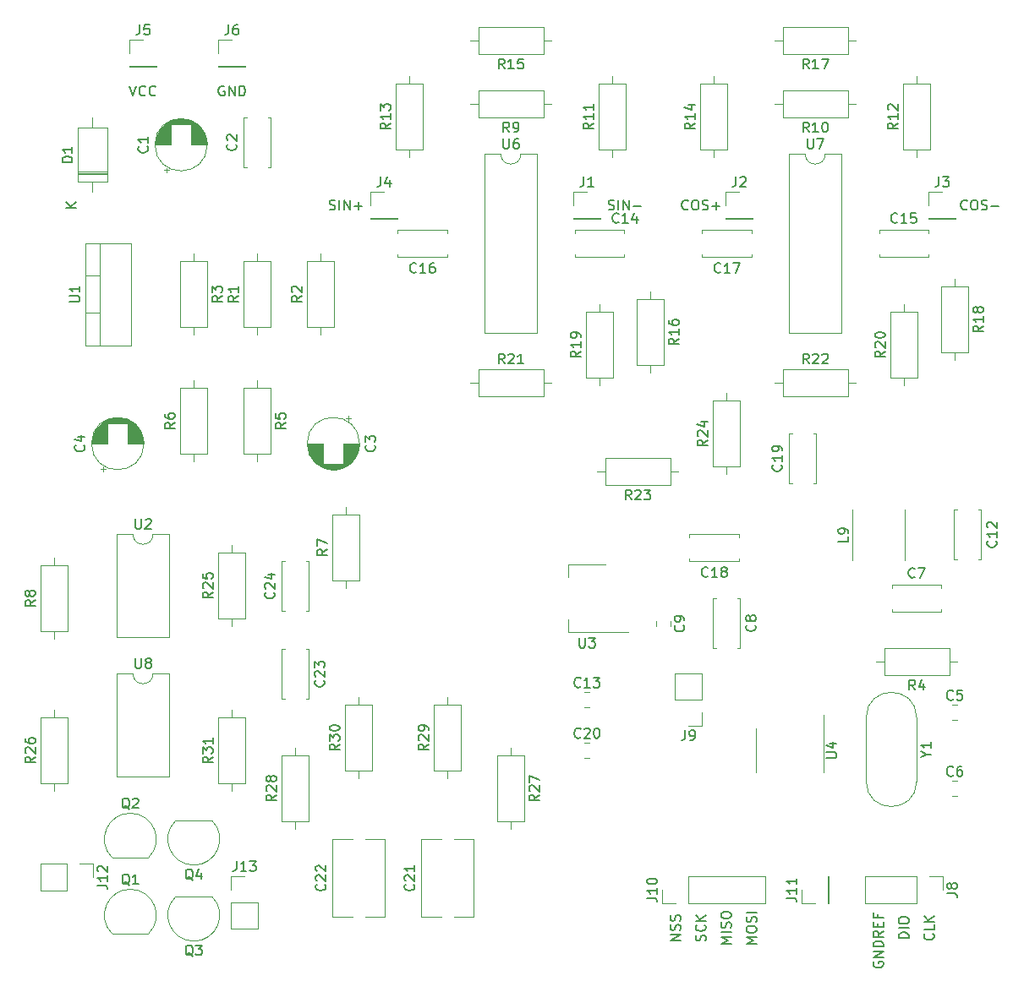
<source format=gbr>
%TF.GenerationSoftware,KiCad,Pcbnew,5.1.8-5.1.8*%
%TF.CreationDate,2021-02-27T17:22:06+08:00*%
%TF.ProjectId,Resolver,5265736f-6c76-4657-922e-6b696361645f,rev?*%
%TF.SameCoordinates,Original*%
%TF.FileFunction,Legend,Top*%
%TF.FilePolarity,Positive*%
%FSLAX46Y46*%
G04 Gerber Fmt 4.6, Leading zero omitted, Abs format (unit mm)*
G04 Created by KiCad (PCBNEW 5.1.8-5.1.8) date 2021-02-27 17:22:06*
%MOMM*%
%LPD*%
G01*
G04 APERTURE LIST*
%ADD10C,0.150000*%
%ADD11C,0.120000*%
G04 APERTURE END LIST*
D10*
X219313333Y-424584761D02*
X219456190Y-424632380D01*
X219694285Y-424632380D01*
X219789523Y-424584761D01*
X219837142Y-424537142D01*
X219884761Y-424441904D01*
X219884761Y-424346666D01*
X219837142Y-424251428D01*
X219789523Y-424203809D01*
X219694285Y-424156190D01*
X219503809Y-424108571D01*
X219408571Y-424060952D01*
X219360952Y-424013333D01*
X219313333Y-423918095D01*
X219313333Y-423822857D01*
X219360952Y-423727619D01*
X219408571Y-423680000D01*
X219503809Y-423632380D01*
X219741904Y-423632380D01*
X219884761Y-423680000D01*
X220313333Y-424632380D02*
X220313333Y-423632380D01*
X220789523Y-424632380D02*
X220789523Y-423632380D01*
X221360952Y-424632380D01*
X221360952Y-423632380D01*
X221837142Y-424251428D02*
X222599047Y-424251428D01*
X191373333Y-424584761D02*
X191516190Y-424632380D01*
X191754285Y-424632380D01*
X191849523Y-424584761D01*
X191897142Y-424537142D01*
X191944761Y-424441904D01*
X191944761Y-424346666D01*
X191897142Y-424251428D01*
X191849523Y-424203809D01*
X191754285Y-424156190D01*
X191563809Y-424108571D01*
X191468571Y-424060952D01*
X191420952Y-424013333D01*
X191373333Y-423918095D01*
X191373333Y-423822857D01*
X191420952Y-423727619D01*
X191468571Y-423680000D01*
X191563809Y-423632380D01*
X191801904Y-423632380D01*
X191944761Y-423680000D01*
X192373333Y-424632380D02*
X192373333Y-423632380D01*
X192849523Y-424632380D02*
X192849523Y-423632380D01*
X193420952Y-424632380D01*
X193420952Y-423632380D01*
X193897142Y-424251428D02*
X194659047Y-424251428D01*
X194278095Y-424632380D02*
X194278095Y-423870476D01*
X255230476Y-424537142D02*
X255182857Y-424584761D01*
X255040000Y-424632380D01*
X254944761Y-424632380D01*
X254801904Y-424584761D01*
X254706666Y-424489523D01*
X254659047Y-424394285D01*
X254611428Y-424203809D01*
X254611428Y-424060952D01*
X254659047Y-423870476D01*
X254706666Y-423775238D01*
X254801904Y-423680000D01*
X254944761Y-423632380D01*
X255040000Y-423632380D01*
X255182857Y-423680000D01*
X255230476Y-423727619D01*
X255849523Y-423632380D02*
X256040000Y-423632380D01*
X256135238Y-423680000D01*
X256230476Y-423775238D01*
X256278095Y-423965714D01*
X256278095Y-424299047D01*
X256230476Y-424489523D01*
X256135238Y-424584761D01*
X256040000Y-424632380D01*
X255849523Y-424632380D01*
X255754285Y-424584761D01*
X255659047Y-424489523D01*
X255611428Y-424299047D01*
X255611428Y-423965714D01*
X255659047Y-423775238D01*
X255754285Y-423680000D01*
X255849523Y-423632380D01*
X256659047Y-424584761D02*
X256801904Y-424632380D01*
X257040000Y-424632380D01*
X257135238Y-424584761D01*
X257182857Y-424537142D01*
X257230476Y-424441904D01*
X257230476Y-424346666D01*
X257182857Y-424251428D01*
X257135238Y-424203809D01*
X257040000Y-424156190D01*
X256849523Y-424108571D01*
X256754285Y-424060952D01*
X256706666Y-424013333D01*
X256659047Y-423918095D01*
X256659047Y-423822857D01*
X256706666Y-423727619D01*
X256754285Y-423680000D01*
X256849523Y-423632380D01*
X257087619Y-423632380D01*
X257230476Y-423680000D01*
X257659047Y-424251428D02*
X258420952Y-424251428D01*
X227290476Y-424537142D02*
X227242857Y-424584761D01*
X227100000Y-424632380D01*
X227004761Y-424632380D01*
X226861904Y-424584761D01*
X226766666Y-424489523D01*
X226719047Y-424394285D01*
X226671428Y-424203809D01*
X226671428Y-424060952D01*
X226719047Y-423870476D01*
X226766666Y-423775238D01*
X226861904Y-423680000D01*
X227004761Y-423632380D01*
X227100000Y-423632380D01*
X227242857Y-423680000D01*
X227290476Y-423727619D01*
X227909523Y-423632380D02*
X228100000Y-423632380D01*
X228195238Y-423680000D01*
X228290476Y-423775238D01*
X228338095Y-423965714D01*
X228338095Y-424299047D01*
X228290476Y-424489523D01*
X228195238Y-424584761D01*
X228100000Y-424632380D01*
X227909523Y-424632380D01*
X227814285Y-424584761D01*
X227719047Y-424489523D01*
X227671428Y-424299047D01*
X227671428Y-423965714D01*
X227719047Y-423775238D01*
X227814285Y-423680000D01*
X227909523Y-423632380D01*
X228719047Y-424584761D02*
X228861904Y-424632380D01*
X229100000Y-424632380D01*
X229195238Y-424584761D01*
X229242857Y-424537142D01*
X229290476Y-424441904D01*
X229290476Y-424346666D01*
X229242857Y-424251428D01*
X229195238Y-424203809D01*
X229100000Y-424156190D01*
X228909523Y-424108571D01*
X228814285Y-424060952D01*
X228766666Y-424013333D01*
X228719047Y-423918095D01*
X228719047Y-423822857D01*
X228766666Y-423727619D01*
X228814285Y-423680000D01*
X228909523Y-423632380D01*
X229147619Y-423632380D01*
X229290476Y-423680000D01*
X229719047Y-424251428D02*
X230480952Y-424251428D01*
X230100000Y-424632380D02*
X230100000Y-423870476D01*
X180848095Y-412250000D02*
X180752857Y-412202380D01*
X180610000Y-412202380D01*
X180467142Y-412250000D01*
X180371904Y-412345238D01*
X180324285Y-412440476D01*
X180276666Y-412630952D01*
X180276666Y-412773809D01*
X180324285Y-412964285D01*
X180371904Y-413059523D01*
X180467142Y-413154761D01*
X180610000Y-413202380D01*
X180705238Y-413202380D01*
X180848095Y-413154761D01*
X180895714Y-413107142D01*
X180895714Y-412773809D01*
X180705238Y-412773809D01*
X181324285Y-413202380D02*
X181324285Y-412202380D01*
X181895714Y-413202380D01*
X181895714Y-412202380D01*
X182371904Y-413202380D02*
X182371904Y-412202380D01*
X182610000Y-412202380D01*
X182752857Y-412250000D01*
X182848095Y-412345238D01*
X182895714Y-412440476D01*
X182943333Y-412630952D01*
X182943333Y-412773809D01*
X182895714Y-412964285D01*
X182848095Y-413059523D01*
X182752857Y-413154761D01*
X182610000Y-413202380D01*
X182371904Y-413202380D01*
X171386666Y-412202380D02*
X171720000Y-413202380D01*
X172053333Y-412202380D01*
X172958095Y-413107142D02*
X172910476Y-413154761D01*
X172767619Y-413202380D01*
X172672380Y-413202380D01*
X172529523Y-413154761D01*
X172434285Y-413059523D01*
X172386666Y-412964285D01*
X172339047Y-412773809D01*
X172339047Y-412630952D01*
X172386666Y-412440476D01*
X172434285Y-412345238D01*
X172529523Y-412250000D01*
X172672380Y-412202380D01*
X172767619Y-412202380D01*
X172910476Y-412250000D01*
X172958095Y-412297619D01*
X173958095Y-413107142D02*
X173910476Y-413154761D01*
X173767619Y-413202380D01*
X173672380Y-413202380D01*
X173529523Y-413154761D01*
X173434285Y-413059523D01*
X173386666Y-412964285D01*
X173339047Y-412773809D01*
X173339047Y-412630952D01*
X173386666Y-412440476D01*
X173434285Y-412345238D01*
X173529523Y-412250000D01*
X173672380Y-412202380D01*
X173767619Y-412202380D01*
X173910476Y-412250000D01*
X173958095Y-412297619D01*
X226512380Y-497808095D02*
X225512380Y-497808095D01*
X226512380Y-497236666D01*
X225512380Y-497236666D01*
X226464761Y-496808095D02*
X226512380Y-496665238D01*
X226512380Y-496427142D01*
X226464761Y-496331904D01*
X226417142Y-496284285D01*
X226321904Y-496236666D01*
X226226666Y-496236666D01*
X226131428Y-496284285D01*
X226083809Y-496331904D01*
X226036190Y-496427142D01*
X225988571Y-496617619D01*
X225940952Y-496712857D01*
X225893333Y-496760476D01*
X225798095Y-496808095D01*
X225702857Y-496808095D01*
X225607619Y-496760476D01*
X225560000Y-496712857D01*
X225512380Y-496617619D01*
X225512380Y-496379523D01*
X225560000Y-496236666D01*
X226464761Y-495855714D02*
X226512380Y-495712857D01*
X226512380Y-495474761D01*
X226464761Y-495379523D01*
X226417142Y-495331904D01*
X226321904Y-495284285D01*
X226226666Y-495284285D01*
X226131428Y-495331904D01*
X226083809Y-495379523D01*
X226036190Y-495474761D01*
X225988571Y-495665238D01*
X225940952Y-495760476D01*
X225893333Y-495808095D01*
X225798095Y-495855714D01*
X225702857Y-495855714D01*
X225607619Y-495808095D01*
X225560000Y-495760476D01*
X225512380Y-495665238D01*
X225512380Y-495427142D01*
X225560000Y-495284285D01*
X229004761Y-497855714D02*
X229052380Y-497712857D01*
X229052380Y-497474761D01*
X229004761Y-497379523D01*
X228957142Y-497331904D01*
X228861904Y-497284285D01*
X228766666Y-497284285D01*
X228671428Y-497331904D01*
X228623809Y-497379523D01*
X228576190Y-497474761D01*
X228528571Y-497665238D01*
X228480952Y-497760476D01*
X228433333Y-497808095D01*
X228338095Y-497855714D01*
X228242857Y-497855714D01*
X228147619Y-497808095D01*
X228100000Y-497760476D01*
X228052380Y-497665238D01*
X228052380Y-497427142D01*
X228100000Y-497284285D01*
X228957142Y-496284285D02*
X229004761Y-496331904D01*
X229052380Y-496474761D01*
X229052380Y-496570000D01*
X229004761Y-496712857D01*
X228909523Y-496808095D01*
X228814285Y-496855714D01*
X228623809Y-496903333D01*
X228480952Y-496903333D01*
X228290476Y-496855714D01*
X228195238Y-496808095D01*
X228100000Y-496712857D01*
X228052380Y-496570000D01*
X228052380Y-496474761D01*
X228100000Y-496331904D01*
X228147619Y-496284285D01*
X229052380Y-495855714D02*
X228052380Y-495855714D01*
X229052380Y-495284285D02*
X228480952Y-495712857D01*
X228052380Y-495284285D02*
X228623809Y-495855714D01*
X231592380Y-498141428D02*
X230592380Y-498141428D01*
X231306666Y-497808095D01*
X230592380Y-497474761D01*
X231592380Y-497474761D01*
X231592380Y-496998571D02*
X230592380Y-496998571D01*
X231544761Y-496570000D02*
X231592380Y-496427142D01*
X231592380Y-496189047D01*
X231544761Y-496093809D01*
X231497142Y-496046190D01*
X231401904Y-495998571D01*
X231306666Y-495998571D01*
X231211428Y-496046190D01*
X231163809Y-496093809D01*
X231116190Y-496189047D01*
X231068571Y-496379523D01*
X231020952Y-496474761D01*
X230973333Y-496522380D01*
X230878095Y-496570000D01*
X230782857Y-496570000D01*
X230687619Y-496522380D01*
X230640000Y-496474761D01*
X230592380Y-496379523D01*
X230592380Y-496141428D01*
X230640000Y-495998571D01*
X230592380Y-495379523D02*
X230592380Y-495189047D01*
X230640000Y-495093809D01*
X230735238Y-494998571D01*
X230925714Y-494950952D01*
X231259047Y-494950952D01*
X231449523Y-494998571D01*
X231544761Y-495093809D01*
X231592380Y-495189047D01*
X231592380Y-495379523D01*
X231544761Y-495474761D01*
X231449523Y-495570000D01*
X231259047Y-495617619D01*
X230925714Y-495617619D01*
X230735238Y-495570000D01*
X230640000Y-495474761D01*
X230592380Y-495379523D01*
X234132380Y-498141428D02*
X233132380Y-498141428D01*
X233846666Y-497808095D01*
X233132380Y-497474761D01*
X234132380Y-497474761D01*
X233132380Y-496808095D02*
X233132380Y-496617619D01*
X233180000Y-496522380D01*
X233275238Y-496427142D01*
X233465714Y-496379523D01*
X233799047Y-496379523D01*
X233989523Y-496427142D01*
X234084761Y-496522380D01*
X234132380Y-496617619D01*
X234132380Y-496808095D01*
X234084761Y-496903333D01*
X233989523Y-496998571D01*
X233799047Y-497046190D01*
X233465714Y-497046190D01*
X233275238Y-496998571D01*
X233180000Y-496903333D01*
X233132380Y-496808095D01*
X234084761Y-495998571D02*
X234132380Y-495855714D01*
X234132380Y-495617619D01*
X234084761Y-495522380D01*
X234037142Y-495474761D01*
X233941904Y-495427142D01*
X233846666Y-495427142D01*
X233751428Y-495474761D01*
X233703809Y-495522380D01*
X233656190Y-495617619D01*
X233608571Y-495808095D01*
X233560952Y-495903333D01*
X233513333Y-495950952D01*
X233418095Y-495998571D01*
X233322857Y-495998571D01*
X233227619Y-495950952D01*
X233180000Y-495903333D01*
X233132380Y-495808095D01*
X233132380Y-495570000D01*
X233180000Y-495427142D01*
X234132380Y-494998571D02*
X233132380Y-494998571D01*
X245880000Y-499982857D02*
X245832380Y-500078095D01*
X245832380Y-500220952D01*
X245880000Y-500363809D01*
X245975238Y-500459047D01*
X246070476Y-500506666D01*
X246260952Y-500554285D01*
X246403809Y-500554285D01*
X246594285Y-500506666D01*
X246689523Y-500459047D01*
X246784761Y-500363809D01*
X246832380Y-500220952D01*
X246832380Y-500125714D01*
X246784761Y-499982857D01*
X246737142Y-499935238D01*
X246403809Y-499935238D01*
X246403809Y-500125714D01*
X246832380Y-499506666D02*
X245832380Y-499506666D01*
X246832380Y-498935238D01*
X245832380Y-498935238D01*
X246832380Y-498459047D02*
X245832380Y-498459047D01*
X245832380Y-498220952D01*
X245880000Y-498078095D01*
X245975238Y-497982857D01*
X246070476Y-497935238D01*
X246260952Y-497887619D01*
X246403809Y-497887619D01*
X246594285Y-497935238D01*
X246689523Y-497982857D01*
X246784761Y-498078095D01*
X246832380Y-498220952D01*
X246832380Y-498459047D01*
X246832380Y-496887619D02*
X246356190Y-497220952D01*
X246832380Y-497459047D02*
X245832380Y-497459047D01*
X245832380Y-497078095D01*
X245880000Y-496982857D01*
X245927619Y-496935238D01*
X246022857Y-496887619D01*
X246165714Y-496887619D01*
X246260952Y-496935238D01*
X246308571Y-496982857D01*
X246356190Y-497078095D01*
X246356190Y-497459047D01*
X246308571Y-496459047D02*
X246308571Y-496125714D01*
X246832380Y-495982857D02*
X246832380Y-496459047D01*
X245832380Y-496459047D01*
X245832380Y-495982857D01*
X246308571Y-495220952D02*
X246308571Y-495554285D01*
X246832380Y-495554285D02*
X245832380Y-495554285D01*
X245832380Y-495078095D01*
X249372380Y-497593809D02*
X248372380Y-497593809D01*
X248372380Y-497355714D01*
X248420000Y-497212857D01*
X248515238Y-497117619D01*
X248610476Y-497070000D01*
X248800952Y-497022380D01*
X248943809Y-497022380D01*
X249134285Y-497070000D01*
X249229523Y-497117619D01*
X249324761Y-497212857D01*
X249372380Y-497355714D01*
X249372380Y-497593809D01*
X249372380Y-496593809D02*
X248372380Y-496593809D01*
X248372380Y-495927142D02*
X248372380Y-495736666D01*
X248420000Y-495641428D01*
X248515238Y-495546190D01*
X248705714Y-495498571D01*
X249039047Y-495498571D01*
X249229523Y-495546190D01*
X249324761Y-495641428D01*
X249372380Y-495736666D01*
X249372380Y-495927142D01*
X249324761Y-496022380D01*
X249229523Y-496117619D01*
X249039047Y-496165238D01*
X248705714Y-496165238D01*
X248515238Y-496117619D01*
X248420000Y-496022380D01*
X248372380Y-495927142D01*
X251817142Y-497165238D02*
X251864761Y-497212857D01*
X251912380Y-497355714D01*
X251912380Y-497450952D01*
X251864761Y-497593809D01*
X251769523Y-497689047D01*
X251674285Y-497736666D01*
X251483809Y-497784285D01*
X251340952Y-497784285D01*
X251150476Y-497736666D01*
X251055238Y-497689047D01*
X250960000Y-497593809D01*
X250912380Y-497450952D01*
X250912380Y-497355714D01*
X250960000Y-497212857D01*
X251007619Y-497165238D01*
X251912380Y-496260476D02*
X251912380Y-496736666D01*
X250912380Y-496736666D01*
X251912380Y-495927142D02*
X250912380Y-495927142D01*
X251912380Y-495355714D02*
X251340952Y-495784285D01*
X250912380Y-495355714D02*
X251483809Y-495927142D01*
D11*
%TO.C,R31*%
X181610000Y-474750000D02*
X181610000Y-475520000D01*
X181610000Y-482830000D02*
X181610000Y-482060000D01*
X180240000Y-475520000D02*
X180240000Y-482060000D01*
X182980000Y-475520000D02*
X180240000Y-475520000D01*
X182980000Y-482060000D02*
X182980000Y-475520000D01*
X180240000Y-482060000D02*
X182980000Y-482060000D01*
%TO.C,R30*%
X194310000Y-473480000D02*
X194310000Y-474250000D01*
X194310000Y-481560000D02*
X194310000Y-480790000D01*
X192940000Y-474250000D02*
X192940000Y-480790000D01*
X195680000Y-474250000D02*
X192940000Y-474250000D01*
X195680000Y-480790000D02*
X195680000Y-474250000D01*
X192940000Y-480790000D02*
X195680000Y-480790000D01*
%TO.C,R29*%
X203200000Y-473480000D02*
X203200000Y-474250000D01*
X203200000Y-481560000D02*
X203200000Y-480790000D01*
X201830000Y-474250000D02*
X201830000Y-480790000D01*
X204570000Y-474250000D02*
X201830000Y-474250000D01*
X204570000Y-480790000D02*
X204570000Y-474250000D01*
X201830000Y-480790000D02*
X204570000Y-480790000D01*
%TO.C,R28*%
X187960000Y-478560000D02*
X187960000Y-479330000D01*
X187960000Y-486640000D02*
X187960000Y-485870000D01*
X186590000Y-479330000D02*
X186590000Y-485870000D01*
X189330000Y-479330000D02*
X186590000Y-479330000D01*
X189330000Y-485870000D02*
X189330000Y-479330000D01*
X186590000Y-485870000D02*
X189330000Y-485870000D01*
%TO.C,R27*%
X209550000Y-486640000D02*
X209550000Y-485870000D01*
X209550000Y-478560000D02*
X209550000Y-479330000D01*
X210920000Y-485870000D02*
X210920000Y-479330000D01*
X208180000Y-485870000D02*
X210920000Y-485870000D01*
X208180000Y-479330000D02*
X208180000Y-485870000D01*
X210920000Y-479330000D02*
X208180000Y-479330000D01*
%TO.C,R26*%
X163830000Y-474750000D02*
X163830000Y-475520000D01*
X163830000Y-482830000D02*
X163830000Y-482060000D01*
X162460000Y-475520000D02*
X162460000Y-482060000D01*
X165200000Y-475520000D02*
X162460000Y-475520000D01*
X165200000Y-482060000D02*
X165200000Y-475520000D01*
X162460000Y-482060000D02*
X165200000Y-482060000D01*
%TO.C,R25*%
X181610000Y-458240000D02*
X181610000Y-459010000D01*
X181610000Y-466320000D02*
X181610000Y-465550000D01*
X180240000Y-459010000D02*
X180240000Y-465550000D01*
X182980000Y-459010000D02*
X180240000Y-459010000D01*
X182980000Y-465550000D02*
X182980000Y-459010000D01*
X180240000Y-465550000D02*
X182980000Y-465550000D01*
%TO.C,R24*%
X231140000Y-443000000D02*
X231140000Y-443770000D01*
X231140000Y-451080000D02*
X231140000Y-450310000D01*
X229770000Y-443770000D02*
X229770000Y-450310000D01*
X232510000Y-443770000D02*
X229770000Y-443770000D01*
X232510000Y-450310000D02*
X232510000Y-443770000D01*
X229770000Y-450310000D02*
X232510000Y-450310000D01*
%TO.C,R23*%
X218210000Y-450850000D02*
X218980000Y-450850000D01*
X226290000Y-450850000D02*
X225520000Y-450850000D01*
X218980000Y-452220000D02*
X225520000Y-452220000D01*
X218980000Y-449480000D02*
X218980000Y-452220000D01*
X225520000Y-449480000D02*
X218980000Y-449480000D01*
X225520000Y-452220000D02*
X225520000Y-449480000D01*
%TO.C,R22*%
X244070000Y-441960000D02*
X243300000Y-441960000D01*
X235990000Y-441960000D02*
X236760000Y-441960000D01*
X243300000Y-440590000D02*
X236760000Y-440590000D01*
X243300000Y-443330000D02*
X243300000Y-440590000D01*
X236760000Y-443330000D02*
X243300000Y-443330000D01*
X236760000Y-440590000D02*
X236760000Y-443330000D01*
%TO.C,R21*%
X213590000Y-441960000D02*
X212820000Y-441960000D01*
X205510000Y-441960000D02*
X206280000Y-441960000D01*
X212820000Y-440590000D02*
X206280000Y-440590000D01*
X212820000Y-443330000D02*
X212820000Y-440590000D01*
X206280000Y-443330000D02*
X212820000Y-443330000D01*
X206280000Y-440590000D02*
X206280000Y-443330000D01*
%TO.C,R20*%
X248920000Y-434110000D02*
X248920000Y-434880000D01*
X248920000Y-442190000D02*
X248920000Y-441420000D01*
X247550000Y-434880000D02*
X247550000Y-441420000D01*
X250290000Y-434880000D02*
X247550000Y-434880000D01*
X250290000Y-441420000D02*
X250290000Y-434880000D01*
X247550000Y-441420000D02*
X250290000Y-441420000D01*
%TO.C,R19*%
X218440000Y-434110000D02*
X218440000Y-434880000D01*
X218440000Y-442190000D02*
X218440000Y-441420000D01*
X217070000Y-434880000D02*
X217070000Y-441420000D01*
X219810000Y-434880000D02*
X217070000Y-434880000D01*
X219810000Y-441420000D02*
X219810000Y-434880000D01*
X217070000Y-441420000D02*
X219810000Y-441420000D01*
%TO.C,R18*%
X254000000Y-439650000D02*
X254000000Y-438880000D01*
X254000000Y-431570000D02*
X254000000Y-432340000D01*
X255370000Y-438880000D02*
X255370000Y-432340000D01*
X252630000Y-438880000D02*
X255370000Y-438880000D01*
X252630000Y-432340000D02*
X252630000Y-438880000D01*
X255370000Y-432340000D02*
X252630000Y-432340000D01*
%TO.C,R17*%
X235990000Y-407670000D02*
X236760000Y-407670000D01*
X244070000Y-407670000D02*
X243300000Y-407670000D01*
X236760000Y-409040000D02*
X243300000Y-409040000D01*
X236760000Y-406300000D02*
X236760000Y-409040000D01*
X243300000Y-406300000D02*
X236760000Y-406300000D01*
X243300000Y-409040000D02*
X243300000Y-406300000D01*
%TO.C,R16*%
X223520000Y-440920000D02*
X223520000Y-440150000D01*
X223520000Y-432840000D02*
X223520000Y-433610000D01*
X224890000Y-440150000D02*
X224890000Y-433610000D01*
X222150000Y-440150000D02*
X224890000Y-440150000D01*
X222150000Y-433610000D02*
X222150000Y-440150000D01*
X224890000Y-433610000D02*
X222150000Y-433610000D01*
%TO.C,R15*%
X205510000Y-407670000D02*
X206280000Y-407670000D01*
X213590000Y-407670000D02*
X212820000Y-407670000D01*
X206280000Y-409040000D02*
X212820000Y-409040000D01*
X206280000Y-406300000D02*
X206280000Y-409040000D01*
X212820000Y-406300000D02*
X206280000Y-406300000D01*
X212820000Y-409040000D02*
X212820000Y-406300000D01*
%TO.C,R14*%
X229870000Y-411250000D02*
X229870000Y-412020000D01*
X229870000Y-419330000D02*
X229870000Y-418560000D01*
X228500000Y-412020000D02*
X228500000Y-418560000D01*
X231240000Y-412020000D02*
X228500000Y-412020000D01*
X231240000Y-418560000D02*
X231240000Y-412020000D01*
X228500000Y-418560000D02*
X231240000Y-418560000D01*
%TO.C,R13*%
X199390000Y-411250000D02*
X199390000Y-412020000D01*
X199390000Y-419330000D02*
X199390000Y-418560000D01*
X198020000Y-412020000D02*
X198020000Y-418560000D01*
X200760000Y-412020000D02*
X198020000Y-412020000D01*
X200760000Y-418560000D02*
X200760000Y-412020000D01*
X198020000Y-418560000D02*
X200760000Y-418560000D01*
%TO.C,R12*%
X250190000Y-411250000D02*
X250190000Y-412020000D01*
X250190000Y-419330000D02*
X250190000Y-418560000D01*
X248820000Y-412020000D02*
X248820000Y-418560000D01*
X251560000Y-412020000D02*
X248820000Y-412020000D01*
X251560000Y-418560000D02*
X251560000Y-412020000D01*
X248820000Y-418560000D02*
X251560000Y-418560000D01*
%TO.C,R11*%
X219710000Y-411250000D02*
X219710000Y-412020000D01*
X219710000Y-419330000D02*
X219710000Y-418560000D01*
X218340000Y-412020000D02*
X218340000Y-418560000D01*
X221080000Y-412020000D02*
X218340000Y-412020000D01*
X221080000Y-418560000D02*
X221080000Y-412020000D01*
X218340000Y-418560000D02*
X221080000Y-418560000D01*
%TO.C,R10*%
X235990000Y-414020000D02*
X236760000Y-414020000D01*
X244070000Y-414020000D02*
X243300000Y-414020000D01*
X236760000Y-415390000D02*
X243300000Y-415390000D01*
X236760000Y-412650000D02*
X236760000Y-415390000D01*
X243300000Y-412650000D02*
X236760000Y-412650000D01*
X243300000Y-415390000D02*
X243300000Y-412650000D01*
%TO.C,R9*%
X205510000Y-414020000D02*
X206280000Y-414020000D01*
X213590000Y-414020000D02*
X212820000Y-414020000D01*
X206280000Y-415390000D02*
X212820000Y-415390000D01*
X206280000Y-412650000D02*
X206280000Y-415390000D01*
X212820000Y-412650000D02*
X206280000Y-412650000D01*
X212820000Y-415390000D02*
X212820000Y-412650000D01*
%TO.C,R8*%
X163830000Y-459510000D02*
X163830000Y-460280000D01*
X163830000Y-467590000D02*
X163830000Y-466820000D01*
X162460000Y-460280000D02*
X162460000Y-466820000D01*
X165200000Y-460280000D02*
X162460000Y-460280000D01*
X165200000Y-466820000D02*
X165200000Y-460280000D01*
X162460000Y-466820000D02*
X165200000Y-466820000D01*
%TO.C,R7*%
X193040000Y-454430000D02*
X193040000Y-455200000D01*
X193040000Y-462510000D02*
X193040000Y-461740000D01*
X191670000Y-455200000D02*
X191670000Y-461740000D01*
X194410000Y-455200000D02*
X191670000Y-455200000D01*
X194410000Y-461740000D02*
X194410000Y-455200000D01*
X191670000Y-461740000D02*
X194410000Y-461740000D01*
%TO.C,R6*%
X177800000Y-441730000D02*
X177800000Y-442500000D01*
X177800000Y-449810000D02*
X177800000Y-449040000D01*
X176430000Y-442500000D02*
X176430000Y-449040000D01*
X179170000Y-442500000D02*
X176430000Y-442500000D01*
X179170000Y-449040000D02*
X179170000Y-442500000D01*
X176430000Y-449040000D02*
X179170000Y-449040000D01*
%TO.C,R5*%
X184150000Y-449810000D02*
X184150000Y-449040000D01*
X184150000Y-441730000D02*
X184150000Y-442500000D01*
X185520000Y-449040000D02*
X185520000Y-442500000D01*
X182780000Y-449040000D02*
X185520000Y-449040000D01*
X182780000Y-442500000D02*
X182780000Y-449040000D01*
X185520000Y-442500000D02*
X182780000Y-442500000D01*
%TO.C,R4*%
X246150000Y-469900000D02*
X246920000Y-469900000D01*
X254230000Y-469900000D02*
X253460000Y-469900000D01*
X246920000Y-471270000D02*
X253460000Y-471270000D01*
X246920000Y-468530000D02*
X246920000Y-471270000D01*
X253460000Y-468530000D02*
X246920000Y-468530000D01*
X253460000Y-471270000D02*
X253460000Y-468530000D01*
%TO.C,R3*%
X177800000Y-437110000D02*
X177800000Y-436340000D01*
X177800000Y-429030000D02*
X177800000Y-429800000D01*
X179170000Y-436340000D02*
X179170000Y-429800000D01*
X176430000Y-436340000D02*
X179170000Y-436340000D01*
X176430000Y-429800000D02*
X176430000Y-436340000D01*
X179170000Y-429800000D02*
X176430000Y-429800000D01*
%TO.C,R2*%
X190500000Y-429030000D02*
X190500000Y-429800000D01*
X190500000Y-437110000D02*
X190500000Y-436340000D01*
X189130000Y-429800000D02*
X189130000Y-436340000D01*
X191870000Y-429800000D02*
X189130000Y-429800000D01*
X191870000Y-436340000D02*
X191870000Y-429800000D01*
X189130000Y-436340000D02*
X191870000Y-436340000D01*
%TO.C,R1*%
X184150000Y-429030000D02*
X184150000Y-429800000D01*
X184150000Y-437110000D02*
X184150000Y-436340000D01*
X182780000Y-429800000D02*
X182780000Y-436340000D01*
X185520000Y-429800000D02*
X182780000Y-429800000D01*
X185520000Y-436340000D02*
X185520000Y-429800000D01*
X182780000Y-436340000D02*
X185520000Y-436340000D01*
%TO.C,J13*%
X181550000Y-491430000D02*
X182880000Y-491430000D01*
X181550000Y-492760000D02*
X181550000Y-491430000D01*
X181550000Y-494030000D02*
X184210000Y-494030000D01*
X184210000Y-494030000D02*
X184210000Y-496630000D01*
X181550000Y-494030000D02*
X181550000Y-496630000D01*
X181550000Y-496630000D02*
X184210000Y-496630000D01*
%TO.C,Y1*%
X245125000Y-475490000D02*
X245125000Y-481890000D01*
X250175000Y-475490000D02*
X250175000Y-481890000D01*
X245125000Y-481890000D02*
G75*
G03*
X250175000Y-481890000I2525000J0D01*
G01*
X245125000Y-475490000D02*
G75*
G02*
X250175000Y-475490000I2525000J0D01*
G01*
%TO.C,U8*%
X175370000Y-471110000D02*
X173720000Y-471110000D01*
X175370000Y-481390000D02*
X175370000Y-471110000D01*
X170070000Y-481390000D02*
X175370000Y-481390000D01*
X170070000Y-471110000D02*
X170070000Y-481390000D01*
X171720000Y-471110000D02*
X170070000Y-471110000D01*
X173720000Y-471110000D02*
G75*
G02*
X171720000Y-471110000I-1000000J0D01*
G01*
%TO.C,U7*%
X242680000Y-419040000D02*
X241030000Y-419040000D01*
X242680000Y-436940000D02*
X242680000Y-419040000D01*
X237380000Y-436940000D02*
X242680000Y-436940000D01*
X237380000Y-419040000D02*
X237380000Y-436940000D01*
X239030000Y-419040000D02*
X237380000Y-419040000D01*
X241030000Y-419040000D02*
G75*
G02*
X239030000Y-419040000I-1000000J0D01*
G01*
%TO.C,U6*%
X212200000Y-419040000D02*
X210550000Y-419040000D01*
X212200000Y-436940000D02*
X212200000Y-419040000D01*
X206900000Y-436940000D02*
X212200000Y-436940000D01*
X206900000Y-419040000D02*
X206900000Y-436940000D01*
X208550000Y-419040000D02*
X206900000Y-419040000D01*
X210550000Y-419040000D02*
G75*
G02*
X208550000Y-419040000I-1000000J0D01*
G01*
%TO.C,U4*%
X240875000Y-478790000D02*
X240875000Y-475190000D01*
X240875000Y-478790000D02*
X240875000Y-480990000D01*
X234105000Y-478790000D02*
X234105000Y-476590000D01*
X234105000Y-478790000D02*
X234105000Y-480990000D01*
%TO.C,U3*%
X221270000Y-466960000D02*
X215260000Y-466960000D01*
X219020000Y-460140000D02*
X215260000Y-460140000D01*
X215260000Y-466960000D02*
X215260000Y-465700000D01*
X215260000Y-460140000D02*
X215260000Y-461400000D01*
%TO.C,U2*%
X175370000Y-457140000D02*
X173720000Y-457140000D01*
X175370000Y-467420000D02*
X175370000Y-457140000D01*
X170070000Y-467420000D02*
X175370000Y-467420000D01*
X170070000Y-457140000D02*
X170070000Y-467420000D01*
X171720000Y-457140000D02*
X170070000Y-457140000D01*
X173720000Y-457140000D02*
G75*
G02*
X171720000Y-457140000I-1000000J0D01*
G01*
%TO.C,U1*%
X166910000Y-431219000D02*
X168420000Y-431219000D01*
X166910000Y-434920000D02*
X168420000Y-434920000D01*
X168420000Y-438190000D02*
X168420000Y-427950000D01*
X166910000Y-427950000D02*
X171551000Y-427950000D01*
X166910000Y-438190000D02*
X171551000Y-438190000D01*
X171551000Y-438190000D02*
X171551000Y-427950000D01*
X166910000Y-438190000D02*
X166910000Y-427950000D01*
%TO.C,Q4*%
X179600000Y-485830000D02*
X176000000Y-485830000D01*
X175961522Y-485841522D02*
G75*
G03*
X177800000Y-490280000I1838478J-1838478D01*
G01*
X179638478Y-485841522D02*
G75*
G02*
X177800000Y-490280000I-1838478J-1838478D01*
G01*
%TO.C,Q3*%
X179600000Y-493450000D02*
X176000000Y-493450000D01*
X175961522Y-493461522D02*
G75*
G03*
X177800000Y-497900000I1838478J-1838478D01*
G01*
X179638478Y-493461522D02*
G75*
G02*
X177800000Y-497900000I-1838478J-1838478D01*
G01*
%TO.C,Q2*%
X169650000Y-489530000D02*
X173250000Y-489530000D01*
X173288478Y-489518478D02*
G75*
G03*
X171450000Y-485080000I-1838478J1838478D01*
G01*
X169611522Y-489518478D02*
G75*
G02*
X171450000Y-485080000I1838478J1838478D01*
G01*
%TO.C,Q1*%
X169650000Y-497150000D02*
X173250000Y-497150000D01*
X173288478Y-497138478D02*
G75*
G03*
X171450000Y-492700000I-1838478J1838478D01*
G01*
X169611522Y-497138478D02*
G75*
G02*
X171450000Y-492700000I1838478J1838478D01*
G01*
%TO.C,L9*%
X248980000Y-459750000D02*
X248980000Y-454650000D01*
X243780000Y-459750000D02*
X243780000Y-454650000D01*
%TO.C,J12*%
X167700000Y-490160000D02*
X167700000Y-491490000D01*
X166370000Y-490160000D02*
X167700000Y-490160000D01*
X165100000Y-490160000D02*
X165100000Y-492820000D01*
X165100000Y-492820000D02*
X162500000Y-492820000D01*
X165100000Y-490160000D02*
X162500000Y-490160000D01*
X162500000Y-490160000D02*
X162500000Y-492820000D01*
%TO.C,J11*%
X238700000Y-494090000D02*
X238700000Y-492760000D01*
X240030000Y-494090000D02*
X238700000Y-494090000D01*
X241300000Y-494090000D02*
X241300000Y-491430000D01*
X241300000Y-491430000D02*
X241360000Y-491430000D01*
X241300000Y-494090000D02*
X241360000Y-494090000D01*
X241360000Y-494090000D02*
X241360000Y-491430000D01*
%TO.C,J10*%
X224730000Y-494090000D02*
X224730000Y-492760000D01*
X226060000Y-494090000D02*
X224730000Y-494090000D01*
X227330000Y-494090000D02*
X227330000Y-491430000D01*
X227330000Y-491430000D02*
X235010000Y-491430000D01*
X227330000Y-494090000D02*
X235010000Y-494090000D01*
X235010000Y-494090000D02*
X235010000Y-491430000D01*
%TO.C,J9*%
X228660000Y-476310000D02*
X227330000Y-476310000D01*
X228660000Y-474980000D02*
X228660000Y-476310000D01*
X228660000Y-473710000D02*
X226000000Y-473710000D01*
X226000000Y-473710000D02*
X226000000Y-471110000D01*
X228660000Y-473710000D02*
X228660000Y-471110000D01*
X228660000Y-471110000D02*
X226000000Y-471110000D01*
%TO.C,J8*%
X252790000Y-491430000D02*
X252790000Y-492760000D01*
X251460000Y-491430000D02*
X252790000Y-491430000D01*
X250190000Y-491430000D02*
X250190000Y-494090000D01*
X250190000Y-494090000D02*
X245050000Y-494090000D01*
X250190000Y-491430000D02*
X245050000Y-491430000D01*
X245050000Y-491430000D02*
X245050000Y-494090000D01*
%TO.C,J6*%
X180280000Y-407610000D02*
X181610000Y-407610000D01*
X180280000Y-408940000D02*
X180280000Y-407610000D01*
X180280000Y-410210000D02*
X182940000Y-410210000D01*
X182940000Y-410210000D02*
X182940000Y-410270000D01*
X180280000Y-410210000D02*
X180280000Y-410270000D01*
X180280000Y-410270000D02*
X182940000Y-410270000D01*
%TO.C,J5*%
X171390000Y-407610000D02*
X172720000Y-407610000D01*
X171390000Y-408940000D02*
X171390000Y-407610000D01*
X171390000Y-410210000D02*
X174050000Y-410210000D01*
X174050000Y-410210000D02*
X174050000Y-410270000D01*
X171390000Y-410210000D02*
X171390000Y-410270000D01*
X171390000Y-410270000D02*
X174050000Y-410270000D01*
%TO.C,J4*%
X195520000Y-422850000D02*
X196850000Y-422850000D01*
X195520000Y-424180000D02*
X195520000Y-422850000D01*
X195520000Y-425450000D02*
X198180000Y-425450000D01*
X198180000Y-425450000D02*
X198180000Y-425510000D01*
X195520000Y-425450000D02*
X195520000Y-425510000D01*
X195520000Y-425510000D02*
X198180000Y-425510000D01*
%TO.C,J3*%
X251400000Y-422850000D02*
X252730000Y-422850000D01*
X251400000Y-424180000D02*
X251400000Y-422850000D01*
X251400000Y-425450000D02*
X254060000Y-425450000D01*
X254060000Y-425450000D02*
X254060000Y-425510000D01*
X251400000Y-425450000D02*
X251400000Y-425510000D01*
X251400000Y-425510000D02*
X254060000Y-425510000D01*
%TO.C,J2*%
X231080000Y-422850000D02*
X232410000Y-422850000D01*
X231080000Y-424180000D02*
X231080000Y-422850000D01*
X231080000Y-425450000D02*
X233740000Y-425450000D01*
X233740000Y-425450000D02*
X233740000Y-425510000D01*
X231080000Y-425450000D02*
X231080000Y-425510000D01*
X231080000Y-425510000D02*
X233740000Y-425510000D01*
%TO.C,J1*%
X215840000Y-422850000D02*
X217170000Y-422850000D01*
X215840000Y-424180000D02*
X215840000Y-422850000D01*
X215840000Y-425450000D02*
X218500000Y-425450000D01*
X218500000Y-425450000D02*
X218500000Y-425510000D01*
X215840000Y-425450000D02*
X215840000Y-425510000D01*
X215840000Y-425510000D02*
X218500000Y-425510000D01*
%TO.C,D1*%
X166170000Y-421040000D02*
X169110000Y-421040000D01*
X166170000Y-420800000D02*
X169110000Y-420800000D01*
X166170000Y-420920000D02*
X169110000Y-420920000D01*
X167640000Y-415360000D02*
X167640000Y-416380000D01*
X167640000Y-422840000D02*
X167640000Y-421820000D01*
X166170000Y-416380000D02*
X166170000Y-421820000D01*
X169110000Y-416380000D02*
X166170000Y-416380000D01*
X169110000Y-421820000D02*
X169110000Y-416380000D01*
X166170000Y-421820000D02*
X169110000Y-421820000D01*
%TO.C,C24*%
X189015000Y-459850000D02*
X189330000Y-459850000D01*
X186590000Y-459850000D02*
X186905000Y-459850000D01*
X189015000Y-464790000D02*
X189330000Y-464790000D01*
X186590000Y-464790000D02*
X186905000Y-464790000D01*
X189330000Y-464790000D02*
X189330000Y-459850000D01*
X186590000Y-464790000D02*
X186590000Y-459850000D01*
%TO.C,C23*%
X186905000Y-473600000D02*
X186590000Y-473600000D01*
X189330000Y-473600000D02*
X189015000Y-473600000D01*
X186905000Y-468660000D02*
X186590000Y-468660000D01*
X189330000Y-468660000D02*
X189015000Y-468660000D01*
X186590000Y-468660000D02*
X186590000Y-473600000D01*
X189330000Y-468660000D02*
X189330000Y-473600000D01*
%TO.C,C22*%
X194946000Y-487700000D02*
X196930000Y-487700000D01*
X191690000Y-487700000D02*
X193674000Y-487700000D01*
X194946000Y-495440000D02*
X196930000Y-495440000D01*
X191690000Y-495440000D02*
X193674000Y-495440000D01*
X196930000Y-495440000D02*
X196930000Y-487700000D01*
X191690000Y-495440000D02*
X191690000Y-487700000D01*
%TO.C,C21*%
X203836000Y-487700000D02*
X205820000Y-487700000D01*
X200580000Y-487700000D02*
X202564000Y-487700000D01*
X203836000Y-495440000D02*
X205820000Y-495440000D01*
X200580000Y-495440000D02*
X202564000Y-495440000D01*
X205820000Y-495440000D02*
X205820000Y-487700000D01*
X200580000Y-495440000D02*
X200580000Y-487700000D01*
%TO.C,C20*%
X216908748Y-479525000D02*
X217431252Y-479525000D01*
X216908748Y-478055000D02*
X217431252Y-478055000D01*
%TO.C,C19*%
X239815000Y-447070000D02*
X240130000Y-447070000D01*
X237390000Y-447070000D02*
X237705000Y-447070000D01*
X239815000Y-452010000D02*
X240130000Y-452010000D01*
X237390000Y-452010000D02*
X237705000Y-452010000D01*
X240130000Y-452010000D02*
X240130000Y-447070000D01*
X237390000Y-452010000D02*
X237390000Y-447070000D01*
%TO.C,C18*%
X227440000Y-457415000D02*
X227440000Y-457100000D01*
X227440000Y-459840000D02*
X227440000Y-459525000D01*
X232380000Y-457415000D02*
X232380000Y-457100000D01*
X232380000Y-459840000D02*
X232380000Y-459525000D01*
X232380000Y-457100000D02*
X227440000Y-457100000D01*
X232380000Y-459840000D02*
X227440000Y-459840000D01*
%TO.C,C17*%
X228710000Y-426935000D02*
X228710000Y-426620000D01*
X228710000Y-429360000D02*
X228710000Y-429045000D01*
X233650000Y-426935000D02*
X233650000Y-426620000D01*
X233650000Y-429360000D02*
X233650000Y-429045000D01*
X233650000Y-426620000D02*
X228710000Y-426620000D01*
X233650000Y-429360000D02*
X228710000Y-429360000D01*
%TO.C,C16*%
X198230000Y-426935000D02*
X198230000Y-426620000D01*
X198230000Y-429360000D02*
X198230000Y-429045000D01*
X203170000Y-426935000D02*
X203170000Y-426620000D01*
X203170000Y-429360000D02*
X203170000Y-429045000D01*
X203170000Y-426620000D02*
X198230000Y-426620000D01*
X203170000Y-429360000D02*
X198230000Y-429360000D01*
%TO.C,C15*%
X251350000Y-429045000D02*
X251350000Y-429360000D01*
X251350000Y-426620000D02*
X251350000Y-426935000D01*
X246410000Y-429045000D02*
X246410000Y-429360000D01*
X246410000Y-426620000D02*
X246410000Y-426935000D01*
X246410000Y-429360000D02*
X251350000Y-429360000D01*
X246410000Y-426620000D02*
X251350000Y-426620000D01*
%TO.C,C14*%
X220870000Y-429045000D02*
X220870000Y-429360000D01*
X220870000Y-426620000D02*
X220870000Y-426935000D01*
X215930000Y-429045000D02*
X215930000Y-429360000D01*
X215930000Y-426620000D02*
X215930000Y-426935000D01*
X215930000Y-429360000D02*
X220870000Y-429360000D01*
X215930000Y-426620000D02*
X220870000Y-426620000D01*
%TO.C,C13*%
X216908748Y-474445000D02*
X217431252Y-474445000D01*
X216908748Y-472975000D02*
X217431252Y-472975000D01*
%TO.C,C12*%
X254215000Y-459630000D02*
X253900000Y-459630000D01*
X256640000Y-459630000D02*
X256325000Y-459630000D01*
X254215000Y-454690000D02*
X253900000Y-454690000D01*
X256640000Y-454690000D02*
X256325000Y-454690000D01*
X253900000Y-454690000D02*
X253900000Y-459630000D01*
X256640000Y-454690000D02*
X256640000Y-459630000D01*
%TO.C,C9*%
X224055000Y-465828748D02*
X224055000Y-466351252D01*
X225525000Y-465828748D02*
X225525000Y-466351252D01*
%TO.C,C8*%
X230085000Y-468520000D02*
X229770000Y-468520000D01*
X232510000Y-468520000D02*
X232195000Y-468520000D01*
X230085000Y-463580000D02*
X229770000Y-463580000D01*
X232510000Y-463580000D02*
X232195000Y-463580000D01*
X229770000Y-463580000D02*
X229770000Y-468520000D01*
X232510000Y-463580000D02*
X232510000Y-468520000D01*
%TO.C,C7*%
X252620000Y-464605000D02*
X252620000Y-464920000D01*
X252620000Y-462180000D02*
X252620000Y-462495000D01*
X247680000Y-464605000D02*
X247680000Y-464920000D01*
X247680000Y-462180000D02*
X247680000Y-462495000D01*
X247680000Y-464920000D02*
X252620000Y-464920000D01*
X247680000Y-462180000D02*
X252620000Y-462180000D01*
%TO.C,C6*%
X253738748Y-483335000D02*
X254261252Y-483335000D01*
X253738748Y-481865000D02*
X254261252Y-481865000D01*
%TO.C,C5*%
X253738748Y-475715000D02*
X254261252Y-475715000D01*
X253738748Y-474245000D02*
X254261252Y-474245000D01*
%TO.C,C4*%
X168455000Y-450594775D02*
X168955000Y-450594775D01*
X168705000Y-450844775D02*
X168705000Y-450344775D01*
X169896000Y-445439000D02*
X170464000Y-445439000D01*
X169662000Y-445479000D02*
X170698000Y-445479000D01*
X169503000Y-445519000D02*
X170857000Y-445519000D01*
X169375000Y-445559000D02*
X170985000Y-445559000D01*
X169265000Y-445599000D02*
X171095000Y-445599000D01*
X169169000Y-445639000D02*
X171191000Y-445639000D01*
X169082000Y-445679000D02*
X171278000Y-445679000D01*
X169002000Y-445719000D02*
X171358000Y-445719000D01*
X168929000Y-445759000D02*
X171431000Y-445759000D01*
X168861000Y-445799000D02*
X171499000Y-445799000D01*
X168797000Y-445839000D02*
X171563000Y-445839000D01*
X168737000Y-445879000D02*
X171623000Y-445879000D01*
X168680000Y-445919000D02*
X171680000Y-445919000D01*
X168626000Y-445959000D02*
X171734000Y-445959000D01*
X168575000Y-445999000D02*
X171785000Y-445999000D01*
X171220000Y-446039000D02*
X171833000Y-446039000D01*
X168527000Y-446039000D02*
X169140000Y-446039000D01*
X171220000Y-446079000D02*
X171879000Y-446079000D01*
X168481000Y-446079000D02*
X169140000Y-446079000D01*
X171220000Y-446119000D02*
X171923000Y-446119000D01*
X168437000Y-446119000D02*
X169140000Y-446119000D01*
X171220000Y-446159000D02*
X171965000Y-446159000D01*
X168395000Y-446159000D02*
X169140000Y-446159000D01*
X171220000Y-446199000D02*
X172006000Y-446199000D01*
X168354000Y-446199000D02*
X169140000Y-446199000D01*
X171220000Y-446239000D02*
X172044000Y-446239000D01*
X168316000Y-446239000D02*
X169140000Y-446239000D01*
X171220000Y-446279000D02*
X172081000Y-446279000D01*
X168279000Y-446279000D02*
X169140000Y-446279000D01*
X171220000Y-446319000D02*
X172117000Y-446319000D01*
X168243000Y-446319000D02*
X169140000Y-446319000D01*
X171220000Y-446359000D02*
X172151000Y-446359000D01*
X168209000Y-446359000D02*
X169140000Y-446359000D01*
X171220000Y-446399000D02*
X172184000Y-446399000D01*
X168176000Y-446399000D02*
X169140000Y-446399000D01*
X171220000Y-446439000D02*
X172215000Y-446439000D01*
X168145000Y-446439000D02*
X169140000Y-446439000D01*
X171220000Y-446479000D02*
X172245000Y-446479000D01*
X168115000Y-446479000D02*
X169140000Y-446479000D01*
X171220000Y-446519000D02*
X172275000Y-446519000D01*
X168085000Y-446519000D02*
X169140000Y-446519000D01*
X171220000Y-446559000D02*
X172302000Y-446559000D01*
X168058000Y-446559000D02*
X169140000Y-446559000D01*
X171220000Y-446599000D02*
X172329000Y-446599000D01*
X168031000Y-446599000D02*
X169140000Y-446599000D01*
X171220000Y-446639000D02*
X172355000Y-446639000D01*
X168005000Y-446639000D02*
X169140000Y-446639000D01*
X171220000Y-446679000D02*
X172380000Y-446679000D01*
X167980000Y-446679000D02*
X169140000Y-446679000D01*
X171220000Y-446719000D02*
X172404000Y-446719000D01*
X167956000Y-446719000D02*
X169140000Y-446719000D01*
X171220000Y-446759000D02*
X172427000Y-446759000D01*
X167933000Y-446759000D02*
X169140000Y-446759000D01*
X171220000Y-446799000D02*
X172448000Y-446799000D01*
X167912000Y-446799000D02*
X169140000Y-446799000D01*
X171220000Y-446839000D02*
X172470000Y-446839000D01*
X167890000Y-446839000D02*
X169140000Y-446839000D01*
X171220000Y-446879000D02*
X172490000Y-446879000D01*
X167870000Y-446879000D02*
X169140000Y-446879000D01*
X171220000Y-446919000D02*
X172509000Y-446919000D01*
X167851000Y-446919000D02*
X169140000Y-446919000D01*
X171220000Y-446959000D02*
X172528000Y-446959000D01*
X167832000Y-446959000D02*
X169140000Y-446959000D01*
X171220000Y-446999000D02*
X172545000Y-446999000D01*
X167815000Y-446999000D02*
X169140000Y-446999000D01*
X171220000Y-447039000D02*
X172562000Y-447039000D01*
X167798000Y-447039000D02*
X169140000Y-447039000D01*
X171220000Y-447079000D02*
X172578000Y-447079000D01*
X167782000Y-447079000D02*
X169140000Y-447079000D01*
X171220000Y-447119000D02*
X172594000Y-447119000D01*
X167766000Y-447119000D02*
X169140000Y-447119000D01*
X171220000Y-447159000D02*
X172608000Y-447159000D01*
X167752000Y-447159000D02*
X169140000Y-447159000D01*
X171220000Y-447199000D02*
X172622000Y-447199000D01*
X167738000Y-447199000D02*
X169140000Y-447199000D01*
X171220000Y-447239000D02*
X172635000Y-447239000D01*
X167725000Y-447239000D02*
X169140000Y-447239000D01*
X171220000Y-447279000D02*
X172648000Y-447279000D01*
X167712000Y-447279000D02*
X169140000Y-447279000D01*
X171220000Y-447319000D02*
X172660000Y-447319000D01*
X167700000Y-447319000D02*
X169140000Y-447319000D01*
X171220000Y-447360000D02*
X172671000Y-447360000D01*
X167689000Y-447360000D02*
X169140000Y-447360000D01*
X171220000Y-447400000D02*
X172681000Y-447400000D01*
X167679000Y-447400000D02*
X169140000Y-447400000D01*
X171220000Y-447440000D02*
X172691000Y-447440000D01*
X167669000Y-447440000D02*
X169140000Y-447440000D01*
X171220000Y-447480000D02*
X172700000Y-447480000D01*
X167660000Y-447480000D02*
X169140000Y-447480000D01*
X171220000Y-447520000D02*
X172708000Y-447520000D01*
X167652000Y-447520000D02*
X169140000Y-447520000D01*
X171220000Y-447560000D02*
X172716000Y-447560000D01*
X167644000Y-447560000D02*
X169140000Y-447560000D01*
X171220000Y-447600000D02*
X172723000Y-447600000D01*
X167637000Y-447600000D02*
X169140000Y-447600000D01*
X171220000Y-447640000D02*
X172730000Y-447640000D01*
X167630000Y-447640000D02*
X169140000Y-447640000D01*
X171220000Y-447680000D02*
X172736000Y-447680000D01*
X167624000Y-447680000D02*
X169140000Y-447680000D01*
X171220000Y-447720000D02*
X172741000Y-447720000D01*
X167619000Y-447720000D02*
X169140000Y-447720000D01*
X171220000Y-447760000D02*
X172745000Y-447760000D01*
X167615000Y-447760000D02*
X169140000Y-447760000D01*
X171220000Y-447800000D02*
X172749000Y-447800000D01*
X167611000Y-447800000D02*
X169140000Y-447800000D01*
X171220000Y-447840000D02*
X172753000Y-447840000D01*
X167607000Y-447840000D02*
X169140000Y-447840000D01*
X171220000Y-447880000D02*
X172756000Y-447880000D01*
X167604000Y-447880000D02*
X169140000Y-447880000D01*
X171220000Y-447920000D02*
X172758000Y-447920000D01*
X167602000Y-447920000D02*
X169140000Y-447920000D01*
X171220000Y-447960000D02*
X172759000Y-447960000D01*
X167601000Y-447960000D02*
X169140000Y-447960000D01*
X167600000Y-448000000D02*
X169140000Y-448000000D01*
X171220000Y-448000000D02*
X172760000Y-448000000D01*
X167600000Y-448040000D02*
X169140000Y-448040000D01*
X171220000Y-448040000D02*
X172760000Y-448040000D01*
X172800000Y-448040000D02*
G75*
G03*
X172800000Y-448040000I-2620000J0D01*
G01*
%TO.C,C3*%
X193495000Y-445485225D02*
X192995000Y-445485225D01*
X193245000Y-445235225D02*
X193245000Y-445735225D01*
X192054000Y-450641000D02*
X191486000Y-450641000D01*
X192288000Y-450601000D02*
X191252000Y-450601000D01*
X192447000Y-450561000D02*
X191093000Y-450561000D01*
X192575000Y-450521000D02*
X190965000Y-450521000D01*
X192685000Y-450481000D02*
X190855000Y-450481000D01*
X192781000Y-450441000D02*
X190759000Y-450441000D01*
X192868000Y-450401000D02*
X190672000Y-450401000D01*
X192948000Y-450361000D02*
X190592000Y-450361000D01*
X193021000Y-450321000D02*
X190519000Y-450321000D01*
X193089000Y-450281000D02*
X190451000Y-450281000D01*
X193153000Y-450241000D02*
X190387000Y-450241000D01*
X193213000Y-450201000D02*
X190327000Y-450201000D01*
X193270000Y-450161000D02*
X190270000Y-450161000D01*
X193324000Y-450121000D02*
X190216000Y-450121000D01*
X193375000Y-450081000D02*
X190165000Y-450081000D01*
X190730000Y-450041000D02*
X190117000Y-450041000D01*
X193423000Y-450041000D02*
X192810000Y-450041000D01*
X190730000Y-450001000D02*
X190071000Y-450001000D01*
X193469000Y-450001000D02*
X192810000Y-450001000D01*
X190730000Y-449961000D02*
X190027000Y-449961000D01*
X193513000Y-449961000D02*
X192810000Y-449961000D01*
X190730000Y-449921000D02*
X189985000Y-449921000D01*
X193555000Y-449921000D02*
X192810000Y-449921000D01*
X190730000Y-449881000D02*
X189944000Y-449881000D01*
X193596000Y-449881000D02*
X192810000Y-449881000D01*
X190730000Y-449841000D02*
X189906000Y-449841000D01*
X193634000Y-449841000D02*
X192810000Y-449841000D01*
X190730000Y-449801000D02*
X189869000Y-449801000D01*
X193671000Y-449801000D02*
X192810000Y-449801000D01*
X190730000Y-449761000D02*
X189833000Y-449761000D01*
X193707000Y-449761000D02*
X192810000Y-449761000D01*
X190730000Y-449721000D02*
X189799000Y-449721000D01*
X193741000Y-449721000D02*
X192810000Y-449721000D01*
X190730000Y-449681000D02*
X189766000Y-449681000D01*
X193774000Y-449681000D02*
X192810000Y-449681000D01*
X190730000Y-449641000D02*
X189735000Y-449641000D01*
X193805000Y-449641000D02*
X192810000Y-449641000D01*
X190730000Y-449601000D02*
X189705000Y-449601000D01*
X193835000Y-449601000D02*
X192810000Y-449601000D01*
X190730000Y-449561000D02*
X189675000Y-449561000D01*
X193865000Y-449561000D02*
X192810000Y-449561000D01*
X190730000Y-449521000D02*
X189648000Y-449521000D01*
X193892000Y-449521000D02*
X192810000Y-449521000D01*
X190730000Y-449481000D02*
X189621000Y-449481000D01*
X193919000Y-449481000D02*
X192810000Y-449481000D01*
X190730000Y-449441000D02*
X189595000Y-449441000D01*
X193945000Y-449441000D02*
X192810000Y-449441000D01*
X190730000Y-449401000D02*
X189570000Y-449401000D01*
X193970000Y-449401000D02*
X192810000Y-449401000D01*
X190730000Y-449361000D02*
X189546000Y-449361000D01*
X193994000Y-449361000D02*
X192810000Y-449361000D01*
X190730000Y-449321000D02*
X189523000Y-449321000D01*
X194017000Y-449321000D02*
X192810000Y-449321000D01*
X190730000Y-449281000D02*
X189502000Y-449281000D01*
X194038000Y-449281000D02*
X192810000Y-449281000D01*
X190730000Y-449241000D02*
X189480000Y-449241000D01*
X194060000Y-449241000D02*
X192810000Y-449241000D01*
X190730000Y-449201000D02*
X189460000Y-449201000D01*
X194080000Y-449201000D02*
X192810000Y-449201000D01*
X190730000Y-449161000D02*
X189441000Y-449161000D01*
X194099000Y-449161000D02*
X192810000Y-449161000D01*
X190730000Y-449121000D02*
X189422000Y-449121000D01*
X194118000Y-449121000D02*
X192810000Y-449121000D01*
X190730000Y-449081000D02*
X189405000Y-449081000D01*
X194135000Y-449081000D02*
X192810000Y-449081000D01*
X190730000Y-449041000D02*
X189388000Y-449041000D01*
X194152000Y-449041000D02*
X192810000Y-449041000D01*
X190730000Y-449001000D02*
X189372000Y-449001000D01*
X194168000Y-449001000D02*
X192810000Y-449001000D01*
X190730000Y-448961000D02*
X189356000Y-448961000D01*
X194184000Y-448961000D02*
X192810000Y-448961000D01*
X190730000Y-448921000D02*
X189342000Y-448921000D01*
X194198000Y-448921000D02*
X192810000Y-448921000D01*
X190730000Y-448881000D02*
X189328000Y-448881000D01*
X194212000Y-448881000D02*
X192810000Y-448881000D01*
X190730000Y-448841000D02*
X189315000Y-448841000D01*
X194225000Y-448841000D02*
X192810000Y-448841000D01*
X190730000Y-448801000D02*
X189302000Y-448801000D01*
X194238000Y-448801000D02*
X192810000Y-448801000D01*
X190730000Y-448761000D02*
X189290000Y-448761000D01*
X194250000Y-448761000D02*
X192810000Y-448761000D01*
X190730000Y-448720000D02*
X189279000Y-448720000D01*
X194261000Y-448720000D02*
X192810000Y-448720000D01*
X190730000Y-448680000D02*
X189269000Y-448680000D01*
X194271000Y-448680000D02*
X192810000Y-448680000D01*
X190730000Y-448640000D02*
X189259000Y-448640000D01*
X194281000Y-448640000D02*
X192810000Y-448640000D01*
X190730000Y-448600000D02*
X189250000Y-448600000D01*
X194290000Y-448600000D02*
X192810000Y-448600000D01*
X190730000Y-448560000D02*
X189242000Y-448560000D01*
X194298000Y-448560000D02*
X192810000Y-448560000D01*
X190730000Y-448520000D02*
X189234000Y-448520000D01*
X194306000Y-448520000D02*
X192810000Y-448520000D01*
X190730000Y-448480000D02*
X189227000Y-448480000D01*
X194313000Y-448480000D02*
X192810000Y-448480000D01*
X190730000Y-448440000D02*
X189220000Y-448440000D01*
X194320000Y-448440000D02*
X192810000Y-448440000D01*
X190730000Y-448400000D02*
X189214000Y-448400000D01*
X194326000Y-448400000D02*
X192810000Y-448400000D01*
X190730000Y-448360000D02*
X189209000Y-448360000D01*
X194331000Y-448360000D02*
X192810000Y-448360000D01*
X190730000Y-448320000D02*
X189205000Y-448320000D01*
X194335000Y-448320000D02*
X192810000Y-448320000D01*
X190730000Y-448280000D02*
X189201000Y-448280000D01*
X194339000Y-448280000D02*
X192810000Y-448280000D01*
X190730000Y-448240000D02*
X189197000Y-448240000D01*
X194343000Y-448240000D02*
X192810000Y-448240000D01*
X190730000Y-448200000D02*
X189194000Y-448200000D01*
X194346000Y-448200000D02*
X192810000Y-448200000D01*
X190730000Y-448160000D02*
X189192000Y-448160000D01*
X194348000Y-448160000D02*
X192810000Y-448160000D01*
X190730000Y-448120000D02*
X189191000Y-448120000D01*
X194349000Y-448120000D02*
X192810000Y-448120000D01*
X194350000Y-448080000D02*
X192810000Y-448080000D01*
X190730000Y-448080000D02*
X189190000Y-448080000D01*
X194350000Y-448040000D02*
X192810000Y-448040000D01*
X190730000Y-448040000D02*
X189190000Y-448040000D01*
X194390000Y-448040000D02*
G75*
G03*
X194390000Y-448040000I-2620000J0D01*
G01*
%TO.C,C2*%
X185205000Y-415400000D02*
X185520000Y-415400000D01*
X182780000Y-415400000D02*
X183095000Y-415400000D01*
X185205000Y-420340000D02*
X185520000Y-420340000D01*
X182780000Y-420340000D02*
X183095000Y-420340000D01*
X185520000Y-420340000D02*
X185520000Y-415400000D01*
X182780000Y-420340000D02*
X182780000Y-415400000D01*
%TO.C,C1*%
X174805000Y-420654775D02*
X175305000Y-420654775D01*
X175055000Y-420904775D02*
X175055000Y-420404775D01*
X176246000Y-415499000D02*
X176814000Y-415499000D01*
X176012000Y-415539000D02*
X177048000Y-415539000D01*
X175853000Y-415579000D02*
X177207000Y-415579000D01*
X175725000Y-415619000D02*
X177335000Y-415619000D01*
X175615000Y-415659000D02*
X177445000Y-415659000D01*
X175519000Y-415699000D02*
X177541000Y-415699000D01*
X175432000Y-415739000D02*
X177628000Y-415739000D01*
X175352000Y-415779000D02*
X177708000Y-415779000D01*
X175279000Y-415819000D02*
X177781000Y-415819000D01*
X175211000Y-415859000D02*
X177849000Y-415859000D01*
X175147000Y-415899000D02*
X177913000Y-415899000D01*
X175087000Y-415939000D02*
X177973000Y-415939000D01*
X175030000Y-415979000D02*
X178030000Y-415979000D01*
X174976000Y-416019000D02*
X178084000Y-416019000D01*
X174925000Y-416059000D02*
X178135000Y-416059000D01*
X177570000Y-416099000D02*
X178183000Y-416099000D01*
X174877000Y-416099000D02*
X175490000Y-416099000D01*
X177570000Y-416139000D02*
X178229000Y-416139000D01*
X174831000Y-416139000D02*
X175490000Y-416139000D01*
X177570000Y-416179000D02*
X178273000Y-416179000D01*
X174787000Y-416179000D02*
X175490000Y-416179000D01*
X177570000Y-416219000D02*
X178315000Y-416219000D01*
X174745000Y-416219000D02*
X175490000Y-416219000D01*
X177570000Y-416259000D02*
X178356000Y-416259000D01*
X174704000Y-416259000D02*
X175490000Y-416259000D01*
X177570000Y-416299000D02*
X178394000Y-416299000D01*
X174666000Y-416299000D02*
X175490000Y-416299000D01*
X177570000Y-416339000D02*
X178431000Y-416339000D01*
X174629000Y-416339000D02*
X175490000Y-416339000D01*
X177570000Y-416379000D02*
X178467000Y-416379000D01*
X174593000Y-416379000D02*
X175490000Y-416379000D01*
X177570000Y-416419000D02*
X178501000Y-416419000D01*
X174559000Y-416419000D02*
X175490000Y-416419000D01*
X177570000Y-416459000D02*
X178534000Y-416459000D01*
X174526000Y-416459000D02*
X175490000Y-416459000D01*
X177570000Y-416499000D02*
X178565000Y-416499000D01*
X174495000Y-416499000D02*
X175490000Y-416499000D01*
X177570000Y-416539000D02*
X178595000Y-416539000D01*
X174465000Y-416539000D02*
X175490000Y-416539000D01*
X177570000Y-416579000D02*
X178625000Y-416579000D01*
X174435000Y-416579000D02*
X175490000Y-416579000D01*
X177570000Y-416619000D02*
X178652000Y-416619000D01*
X174408000Y-416619000D02*
X175490000Y-416619000D01*
X177570000Y-416659000D02*
X178679000Y-416659000D01*
X174381000Y-416659000D02*
X175490000Y-416659000D01*
X177570000Y-416699000D02*
X178705000Y-416699000D01*
X174355000Y-416699000D02*
X175490000Y-416699000D01*
X177570000Y-416739000D02*
X178730000Y-416739000D01*
X174330000Y-416739000D02*
X175490000Y-416739000D01*
X177570000Y-416779000D02*
X178754000Y-416779000D01*
X174306000Y-416779000D02*
X175490000Y-416779000D01*
X177570000Y-416819000D02*
X178777000Y-416819000D01*
X174283000Y-416819000D02*
X175490000Y-416819000D01*
X177570000Y-416859000D02*
X178798000Y-416859000D01*
X174262000Y-416859000D02*
X175490000Y-416859000D01*
X177570000Y-416899000D02*
X178820000Y-416899000D01*
X174240000Y-416899000D02*
X175490000Y-416899000D01*
X177570000Y-416939000D02*
X178840000Y-416939000D01*
X174220000Y-416939000D02*
X175490000Y-416939000D01*
X177570000Y-416979000D02*
X178859000Y-416979000D01*
X174201000Y-416979000D02*
X175490000Y-416979000D01*
X177570000Y-417019000D02*
X178878000Y-417019000D01*
X174182000Y-417019000D02*
X175490000Y-417019000D01*
X177570000Y-417059000D02*
X178895000Y-417059000D01*
X174165000Y-417059000D02*
X175490000Y-417059000D01*
X177570000Y-417099000D02*
X178912000Y-417099000D01*
X174148000Y-417099000D02*
X175490000Y-417099000D01*
X177570000Y-417139000D02*
X178928000Y-417139000D01*
X174132000Y-417139000D02*
X175490000Y-417139000D01*
X177570000Y-417179000D02*
X178944000Y-417179000D01*
X174116000Y-417179000D02*
X175490000Y-417179000D01*
X177570000Y-417219000D02*
X178958000Y-417219000D01*
X174102000Y-417219000D02*
X175490000Y-417219000D01*
X177570000Y-417259000D02*
X178972000Y-417259000D01*
X174088000Y-417259000D02*
X175490000Y-417259000D01*
X177570000Y-417299000D02*
X178985000Y-417299000D01*
X174075000Y-417299000D02*
X175490000Y-417299000D01*
X177570000Y-417339000D02*
X178998000Y-417339000D01*
X174062000Y-417339000D02*
X175490000Y-417339000D01*
X177570000Y-417379000D02*
X179010000Y-417379000D01*
X174050000Y-417379000D02*
X175490000Y-417379000D01*
X177570000Y-417420000D02*
X179021000Y-417420000D01*
X174039000Y-417420000D02*
X175490000Y-417420000D01*
X177570000Y-417460000D02*
X179031000Y-417460000D01*
X174029000Y-417460000D02*
X175490000Y-417460000D01*
X177570000Y-417500000D02*
X179041000Y-417500000D01*
X174019000Y-417500000D02*
X175490000Y-417500000D01*
X177570000Y-417540000D02*
X179050000Y-417540000D01*
X174010000Y-417540000D02*
X175490000Y-417540000D01*
X177570000Y-417580000D02*
X179058000Y-417580000D01*
X174002000Y-417580000D02*
X175490000Y-417580000D01*
X177570000Y-417620000D02*
X179066000Y-417620000D01*
X173994000Y-417620000D02*
X175490000Y-417620000D01*
X177570000Y-417660000D02*
X179073000Y-417660000D01*
X173987000Y-417660000D02*
X175490000Y-417660000D01*
X177570000Y-417700000D02*
X179080000Y-417700000D01*
X173980000Y-417700000D02*
X175490000Y-417700000D01*
X177570000Y-417740000D02*
X179086000Y-417740000D01*
X173974000Y-417740000D02*
X175490000Y-417740000D01*
X177570000Y-417780000D02*
X179091000Y-417780000D01*
X173969000Y-417780000D02*
X175490000Y-417780000D01*
X177570000Y-417820000D02*
X179095000Y-417820000D01*
X173965000Y-417820000D02*
X175490000Y-417820000D01*
X177570000Y-417860000D02*
X179099000Y-417860000D01*
X173961000Y-417860000D02*
X175490000Y-417860000D01*
X177570000Y-417900000D02*
X179103000Y-417900000D01*
X173957000Y-417900000D02*
X175490000Y-417900000D01*
X177570000Y-417940000D02*
X179106000Y-417940000D01*
X173954000Y-417940000D02*
X175490000Y-417940000D01*
X177570000Y-417980000D02*
X179108000Y-417980000D01*
X173952000Y-417980000D02*
X175490000Y-417980000D01*
X177570000Y-418020000D02*
X179109000Y-418020000D01*
X173951000Y-418020000D02*
X175490000Y-418020000D01*
X173950000Y-418060000D02*
X175490000Y-418060000D01*
X177570000Y-418060000D02*
X179110000Y-418060000D01*
X173950000Y-418100000D02*
X175490000Y-418100000D01*
X177570000Y-418100000D02*
X179110000Y-418100000D01*
X179150000Y-418100000D02*
G75*
G03*
X179150000Y-418100000I-2620000J0D01*
G01*
%TO.C,R31*%
D10*
X179692380Y-479432857D02*
X179216190Y-479766190D01*
X179692380Y-480004285D02*
X178692380Y-480004285D01*
X178692380Y-479623333D01*
X178740000Y-479528095D01*
X178787619Y-479480476D01*
X178882857Y-479432857D01*
X179025714Y-479432857D01*
X179120952Y-479480476D01*
X179168571Y-479528095D01*
X179216190Y-479623333D01*
X179216190Y-480004285D01*
X178692380Y-479099523D02*
X178692380Y-478480476D01*
X179073333Y-478813809D01*
X179073333Y-478670952D01*
X179120952Y-478575714D01*
X179168571Y-478528095D01*
X179263809Y-478480476D01*
X179501904Y-478480476D01*
X179597142Y-478528095D01*
X179644761Y-478575714D01*
X179692380Y-478670952D01*
X179692380Y-478956666D01*
X179644761Y-479051904D01*
X179597142Y-479099523D01*
X179692380Y-477528095D02*
X179692380Y-478099523D01*
X179692380Y-477813809D02*
X178692380Y-477813809D01*
X178835238Y-477909047D01*
X178930476Y-478004285D01*
X178978095Y-478099523D01*
%TO.C,R30*%
X192392380Y-478162857D02*
X191916190Y-478496190D01*
X192392380Y-478734285D02*
X191392380Y-478734285D01*
X191392380Y-478353333D01*
X191440000Y-478258095D01*
X191487619Y-478210476D01*
X191582857Y-478162857D01*
X191725714Y-478162857D01*
X191820952Y-478210476D01*
X191868571Y-478258095D01*
X191916190Y-478353333D01*
X191916190Y-478734285D01*
X191392380Y-477829523D02*
X191392380Y-477210476D01*
X191773333Y-477543809D01*
X191773333Y-477400952D01*
X191820952Y-477305714D01*
X191868571Y-477258095D01*
X191963809Y-477210476D01*
X192201904Y-477210476D01*
X192297142Y-477258095D01*
X192344761Y-477305714D01*
X192392380Y-477400952D01*
X192392380Y-477686666D01*
X192344761Y-477781904D01*
X192297142Y-477829523D01*
X191392380Y-476591428D02*
X191392380Y-476496190D01*
X191440000Y-476400952D01*
X191487619Y-476353333D01*
X191582857Y-476305714D01*
X191773333Y-476258095D01*
X192011428Y-476258095D01*
X192201904Y-476305714D01*
X192297142Y-476353333D01*
X192344761Y-476400952D01*
X192392380Y-476496190D01*
X192392380Y-476591428D01*
X192344761Y-476686666D01*
X192297142Y-476734285D01*
X192201904Y-476781904D01*
X192011428Y-476829523D01*
X191773333Y-476829523D01*
X191582857Y-476781904D01*
X191487619Y-476734285D01*
X191440000Y-476686666D01*
X191392380Y-476591428D01*
%TO.C,R29*%
X201282380Y-478162857D02*
X200806190Y-478496190D01*
X201282380Y-478734285D02*
X200282380Y-478734285D01*
X200282380Y-478353333D01*
X200330000Y-478258095D01*
X200377619Y-478210476D01*
X200472857Y-478162857D01*
X200615714Y-478162857D01*
X200710952Y-478210476D01*
X200758571Y-478258095D01*
X200806190Y-478353333D01*
X200806190Y-478734285D01*
X200377619Y-477781904D02*
X200330000Y-477734285D01*
X200282380Y-477639047D01*
X200282380Y-477400952D01*
X200330000Y-477305714D01*
X200377619Y-477258095D01*
X200472857Y-477210476D01*
X200568095Y-477210476D01*
X200710952Y-477258095D01*
X201282380Y-477829523D01*
X201282380Y-477210476D01*
X201282380Y-476734285D02*
X201282380Y-476543809D01*
X201234761Y-476448571D01*
X201187142Y-476400952D01*
X201044285Y-476305714D01*
X200853809Y-476258095D01*
X200472857Y-476258095D01*
X200377619Y-476305714D01*
X200330000Y-476353333D01*
X200282380Y-476448571D01*
X200282380Y-476639047D01*
X200330000Y-476734285D01*
X200377619Y-476781904D01*
X200472857Y-476829523D01*
X200710952Y-476829523D01*
X200806190Y-476781904D01*
X200853809Y-476734285D01*
X200901428Y-476639047D01*
X200901428Y-476448571D01*
X200853809Y-476353333D01*
X200806190Y-476305714D01*
X200710952Y-476258095D01*
%TO.C,R28*%
X186042380Y-483242857D02*
X185566190Y-483576190D01*
X186042380Y-483814285D02*
X185042380Y-483814285D01*
X185042380Y-483433333D01*
X185090000Y-483338095D01*
X185137619Y-483290476D01*
X185232857Y-483242857D01*
X185375714Y-483242857D01*
X185470952Y-483290476D01*
X185518571Y-483338095D01*
X185566190Y-483433333D01*
X185566190Y-483814285D01*
X185137619Y-482861904D02*
X185090000Y-482814285D01*
X185042380Y-482719047D01*
X185042380Y-482480952D01*
X185090000Y-482385714D01*
X185137619Y-482338095D01*
X185232857Y-482290476D01*
X185328095Y-482290476D01*
X185470952Y-482338095D01*
X186042380Y-482909523D01*
X186042380Y-482290476D01*
X185470952Y-481719047D02*
X185423333Y-481814285D01*
X185375714Y-481861904D01*
X185280476Y-481909523D01*
X185232857Y-481909523D01*
X185137619Y-481861904D01*
X185090000Y-481814285D01*
X185042380Y-481719047D01*
X185042380Y-481528571D01*
X185090000Y-481433333D01*
X185137619Y-481385714D01*
X185232857Y-481338095D01*
X185280476Y-481338095D01*
X185375714Y-481385714D01*
X185423333Y-481433333D01*
X185470952Y-481528571D01*
X185470952Y-481719047D01*
X185518571Y-481814285D01*
X185566190Y-481861904D01*
X185661428Y-481909523D01*
X185851904Y-481909523D01*
X185947142Y-481861904D01*
X185994761Y-481814285D01*
X186042380Y-481719047D01*
X186042380Y-481528571D01*
X185994761Y-481433333D01*
X185947142Y-481385714D01*
X185851904Y-481338095D01*
X185661428Y-481338095D01*
X185566190Y-481385714D01*
X185518571Y-481433333D01*
X185470952Y-481528571D01*
%TO.C,R27*%
X212372380Y-483242857D02*
X211896190Y-483576190D01*
X212372380Y-483814285D02*
X211372380Y-483814285D01*
X211372380Y-483433333D01*
X211420000Y-483338095D01*
X211467619Y-483290476D01*
X211562857Y-483242857D01*
X211705714Y-483242857D01*
X211800952Y-483290476D01*
X211848571Y-483338095D01*
X211896190Y-483433333D01*
X211896190Y-483814285D01*
X211467619Y-482861904D02*
X211420000Y-482814285D01*
X211372380Y-482719047D01*
X211372380Y-482480952D01*
X211420000Y-482385714D01*
X211467619Y-482338095D01*
X211562857Y-482290476D01*
X211658095Y-482290476D01*
X211800952Y-482338095D01*
X212372380Y-482909523D01*
X212372380Y-482290476D01*
X211372380Y-481957142D02*
X211372380Y-481290476D01*
X212372380Y-481719047D01*
%TO.C,R26*%
X161912380Y-479432857D02*
X161436190Y-479766190D01*
X161912380Y-480004285D02*
X160912380Y-480004285D01*
X160912380Y-479623333D01*
X160960000Y-479528095D01*
X161007619Y-479480476D01*
X161102857Y-479432857D01*
X161245714Y-479432857D01*
X161340952Y-479480476D01*
X161388571Y-479528095D01*
X161436190Y-479623333D01*
X161436190Y-480004285D01*
X161007619Y-479051904D02*
X160960000Y-479004285D01*
X160912380Y-478909047D01*
X160912380Y-478670952D01*
X160960000Y-478575714D01*
X161007619Y-478528095D01*
X161102857Y-478480476D01*
X161198095Y-478480476D01*
X161340952Y-478528095D01*
X161912380Y-479099523D01*
X161912380Y-478480476D01*
X160912380Y-477623333D02*
X160912380Y-477813809D01*
X160960000Y-477909047D01*
X161007619Y-477956666D01*
X161150476Y-478051904D01*
X161340952Y-478099523D01*
X161721904Y-478099523D01*
X161817142Y-478051904D01*
X161864761Y-478004285D01*
X161912380Y-477909047D01*
X161912380Y-477718571D01*
X161864761Y-477623333D01*
X161817142Y-477575714D01*
X161721904Y-477528095D01*
X161483809Y-477528095D01*
X161388571Y-477575714D01*
X161340952Y-477623333D01*
X161293333Y-477718571D01*
X161293333Y-477909047D01*
X161340952Y-478004285D01*
X161388571Y-478051904D01*
X161483809Y-478099523D01*
%TO.C,R25*%
X179692380Y-462922857D02*
X179216190Y-463256190D01*
X179692380Y-463494285D02*
X178692380Y-463494285D01*
X178692380Y-463113333D01*
X178740000Y-463018095D01*
X178787619Y-462970476D01*
X178882857Y-462922857D01*
X179025714Y-462922857D01*
X179120952Y-462970476D01*
X179168571Y-463018095D01*
X179216190Y-463113333D01*
X179216190Y-463494285D01*
X178787619Y-462541904D02*
X178740000Y-462494285D01*
X178692380Y-462399047D01*
X178692380Y-462160952D01*
X178740000Y-462065714D01*
X178787619Y-462018095D01*
X178882857Y-461970476D01*
X178978095Y-461970476D01*
X179120952Y-462018095D01*
X179692380Y-462589523D01*
X179692380Y-461970476D01*
X178692380Y-461065714D02*
X178692380Y-461541904D01*
X179168571Y-461589523D01*
X179120952Y-461541904D01*
X179073333Y-461446666D01*
X179073333Y-461208571D01*
X179120952Y-461113333D01*
X179168571Y-461065714D01*
X179263809Y-461018095D01*
X179501904Y-461018095D01*
X179597142Y-461065714D01*
X179644761Y-461113333D01*
X179692380Y-461208571D01*
X179692380Y-461446666D01*
X179644761Y-461541904D01*
X179597142Y-461589523D01*
%TO.C,R24*%
X229222380Y-447682857D02*
X228746190Y-448016190D01*
X229222380Y-448254285D02*
X228222380Y-448254285D01*
X228222380Y-447873333D01*
X228270000Y-447778095D01*
X228317619Y-447730476D01*
X228412857Y-447682857D01*
X228555714Y-447682857D01*
X228650952Y-447730476D01*
X228698571Y-447778095D01*
X228746190Y-447873333D01*
X228746190Y-448254285D01*
X228317619Y-447301904D02*
X228270000Y-447254285D01*
X228222380Y-447159047D01*
X228222380Y-446920952D01*
X228270000Y-446825714D01*
X228317619Y-446778095D01*
X228412857Y-446730476D01*
X228508095Y-446730476D01*
X228650952Y-446778095D01*
X229222380Y-447349523D01*
X229222380Y-446730476D01*
X228555714Y-445873333D02*
X229222380Y-445873333D01*
X228174761Y-446111428D02*
X228889047Y-446349523D01*
X228889047Y-445730476D01*
%TO.C,R23*%
X221607142Y-453672380D02*
X221273809Y-453196190D01*
X221035714Y-453672380D02*
X221035714Y-452672380D01*
X221416666Y-452672380D01*
X221511904Y-452720000D01*
X221559523Y-452767619D01*
X221607142Y-452862857D01*
X221607142Y-453005714D01*
X221559523Y-453100952D01*
X221511904Y-453148571D01*
X221416666Y-453196190D01*
X221035714Y-453196190D01*
X221988095Y-452767619D02*
X222035714Y-452720000D01*
X222130952Y-452672380D01*
X222369047Y-452672380D01*
X222464285Y-452720000D01*
X222511904Y-452767619D01*
X222559523Y-452862857D01*
X222559523Y-452958095D01*
X222511904Y-453100952D01*
X221940476Y-453672380D01*
X222559523Y-453672380D01*
X222892857Y-452672380D02*
X223511904Y-452672380D01*
X223178571Y-453053333D01*
X223321428Y-453053333D01*
X223416666Y-453100952D01*
X223464285Y-453148571D01*
X223511904Y-453243809D01*
X223511904Y-453481904D01*
X223464285Y-453577142D01*
X223416666Y-453624761D01*
X223321428Y-453672380D01*
X223035714Y-453672380D01*
X222940476Y-453624761D01*
X222892857Y-453577142D01*
%TO.C,R22*%
X239387142Y-440042380D02*
X239053809Y-439566190D01*
X238815714Y-440042380D02*
X238815714Y-439042380D01*
X239196666Y-439042380D01*
X239291904Y-439090000D01*
X239339523Y-439137619D01*
X239387142Y-439232857D01*
X239387142Y-439375714D01*
X239339523Y-439470952D01*
X239291904Y-439518571D01*
X239196666Y-439566190D01*
X238815714Y-439566190D01*
X239768095Y-439137619D02*
X239815714Y-439090000D01*
X239910952Y-439042380D01*
X240149047Y-439042380D01*
X240244285Y-439090000D01*
X240291904Y-439137619D01*
X240339523Y-439232857D01*
X240339523Y-439328095D01*
X240291904Y-439470952D01*
X239720476Y-440042380D01*
X240339523Y-440042380D01*
X240720476Y-439137619D02*
X240768095Y-439090000D01*
X240863333Y-439042380D01*
X241101428Y-439042380D01*
X241196666Y-439090000D01*
X241244285Y-439137619D01*
X241291904Y-439232857D01*
X241291904Y-439328095D01*
X241244285Y-439470952D01*
X240672857Y-440042380D01*
X241291904Y-440042380D01*
%TO.C,R21*%
X208907142Y-440042380D02*
X208573809Y-439566190D01*
X208335714Y-440042380D02*
X208335714Y-439042380D01*
X208716666Y-439042380D01*
X208811904Y-439090000D01*
X208859523Y-439137619D01*
X208907142Y-439232857D01*
X208907142Y-439375714D01*
X208859523Y-439470952D01*
X208811904Y-439518571D01*
X208716666Y-439566190D01*
X208335714Y-439566190D01*
X209288095Y-439137619D02*
X209335714Y-439090000D01*
X209430952Y-439042380D01*
X209669047Y-439042380D01*
X209764285Y-439090000D01*
X209811904Y-439137619D01*
X209859523Y-439232857D01*
X209859523Y-439328095D01*
X209811904Y-439470952D01*
X209240476Y-440042380D01*
X209859523Y-440042380D01*
X210811904Y-440042380D02*
X210240476Y-440042380D01*
X210526190Y-440042380D02*
X210526190Y-439042380D01*
X210430952Y-439185238D01*
X210335714Y-439280476D01*
X210240476Y-439328095D01*
%TO.C,R20*%
X247002380Y-438792857D02*
X246526190Y-439126190D01*
X247002380Y-439364285D02*
X246002380Y-439364285D01*
X246002380Y-438983333D01*
X246050000Y-438888095D01*
X246097619Y-438840476D01*
X246192857Y-438792857D01*
X246335714Y-438792857D01*
X246430952Y-438840476D01*
X246478571Y-438888095D01*
X246526190Y-438983333D01*
X246526190Y-439364285D01*
X246097619Y-438411904D02*
X246050000Y-438364285D01*
X246002380Y-438269047D01*
X246002380Y-438030952D01*
X246050000Y-437935714D01*
X246097619Y-437888095D01*
X246192857Y-437840476D01*
X246288095Y-437840476D01*
X246430952Y-437888095D01*
X247002380Y-438459523D01*
X247002380Y-437840476D01*
X246002380Y-437221428D02*
X246002380Y-437126190D01*
X246050000Y-437030952D01*
X246097619Y-436983333D01*
X246192857Y-436935714D01*
X246383333Y-436888095D01*
X246621428Y-436888095D01*
X246811904Y-436935714D01*
X246907142Y-436983333D01*
X246954761Y-437030952D01*
X247002380Y-437126190D01*
X247002380Y-437221428D01*
X246954761Y-437316666D01*
X246907142Y-437364285D01*
X246811904Y-437411904D01*
X246621428Y-437459523D01*
X246383333Y-437459523D01*
X246192857Y-437411904D01*
X246097619Y-437364285D01*
X246050000Y-437316666D01*
X246002380Y-437221428D01*
%TO.C,R19*%
X216522380Y-438792857D02*
X216046190Y-439126190D01*
X216522380Y-439364285D02*
X215522380Y-439364285D01*
X215522380Y-438983333D01*
X215570000Y-438888095D01*
X215617619Y-438840476D01*
X215712857Y-438792857D01*
X215855714Y-438792857D01*
X215950952Y-438840476D01*
X215998571Y-438888095D01*
X216046190Y-438983333D01*
X216046190Y-439364285D01*
X216522380Y-437840476D02*
X216522380Y-438411904D01*
X216522380Y-438126190D02*
X215522380Y-438126190D01*
X215665238Y-438221428D01*
X215760476Y-438316666D01*
X215808095Y-438411904D01*
X216522380Y-437364285D02*
X216522380Y-437173809D01*
X216474761Y-437078571D01*
X216427142Y-437030952D01*
X216284285Y-436935714D01*
X216093809Y-436888095D01*
X215712857Y-436888095D01*
X215617619Y-436935714D01*
X215570000Y-436983333D01*
X215522380Y-437078571D01*
X215522380Y-437269047D01*
X215570000Y-437364285D01*
X215617619Y-437411904D01*
X215712857Y-437459523D01*
X215950952Y-437459523D01*
X216046190Y-437411904D01*
X216093809Y-437364285D01*
X216141428Y-437269047D01*
X216141428Y-437078571D01*
X216093809Y-436983333D01*
X216046190Y-436935714D01*
X215950952Y-436888095D01*
%TO.C,R18*%
X256822380Y-436252857D02*
X256346190Y-436586190D01*
X256822380Y-436824285D02*
X255822380Y-436824285D01*
X255822380Y-436443333D01*
X255870000Y-436348095D01*
X255917619Y-436300476D01*
X256012857Y-436252857D01*
X256155714Y-436252857D01*
X256250952Y-436300476D01*
X256298571Y-436348095D01*
X256346190Y-436443333D01*
X256346190Y-436824285D01*
X256822380Y-435300476D02*
X256822380Y-435871904D01*
X256822380Y-435586190D02*
X255822380Y-435586190D01*
X255965238Y-435681428D01*
X256060476Y-435776666D01*
X256108095Y-435871904D01*
X256250952Y-434729047D02*
X256203333Y-434824285D01*
X256155714Y-434871904D01*
X256060476Y-434919523D01*
X256012857Y-434919523D01*
X255917619Y-434871904D01*
X255870000Y-434824285D01*
X255822380Y-434729047D01*
X255822380Y-434538571D01*
X255870000Y-434443333D01*
X255917619Y-434395714D01*
X256012857Y-434348095D01*
X256060476Y-434348095D01*
X256155714Y-434395714D01*
X256203333Y-434443333D01*
X256250952Y-434538571D01*
X256250952Y-434729047D01*
X256298571Y-434824285D01*
X256346190Y-434871904D01*
X256441428Y-434919523D01*
X256631904Y-434919523D01*
X256727142Y-434871904D01*
X256774761Y-434824285D01*
X256822380Y-434729047D01*
X256822380Y-434538571D01*
X256774761Y-434443333D01*
X256727142Y-434395714D01*
X256631904Y-434348095D01*
X256441428Y-434348095D01*
X256346190Y-434395714D01*
X256298571Y-434443333D01*
X256250952Y-434538571D01*
%TO.C,R17*%
X239387142Y-410492380D02*
X239053809Y-410016190D01*
X238815714Y-410492380D02*
X238815714Y-409492380D01*
X239196666Y-409492380D01*
X239291904Y-409540000D01*
X239339523Y-409587619D01*
X239387142Y-409682857D01*
X239387142Y-409825714D01*
X239339523Y-409920952D01*
X239291904Y-409968571D01*
X239196666Y-410016190D01*
X238815714Y-410016190D01*
X240339523Y-410492380D02*
X239768095Y-410492380D01*
X240053809Y-410492380D02*
X240053809Y-409492380D01*
X239958571Y-409635238D01*
X239863333Y-409730476D01*
X239768095Y-409778095D01*
X240672857Y-409492380D02*
X241339523Y-409492380D01*
X240910952Y-410492380D01*
%TO.C,R16*%
X226342380Y-437522857D02*
X225866190Y-437856190D01*
X226342380Y-438094285D02*
X225342380Y-438094285D01*
X225342380Y-437713333D01*
X225390000Y-437618095D01*
X225437619Y-437570476D01*
X225532857Y-437522857D01*
X225675714Y-437522857D01*
X225770952Y-437570476D01*
X225818571Y-437618095D01*
X225866190Y-437713333D01*
X225866190Y-438094285D01*
X226342380Y-436570476D02*
X226342380Y-437141904D01*
X226342380Y-436856190D02*
X225342380Y-436856190D01*
X225485238Y-436951428D01*
X225580476Y-437046666D01*
X225628095Y-437141904D01*
X225342380Y-435713333D02*
X225342380Y-435903809D01*
X225390000Y-435999047D01*
X225437619Y-436046666D01*
X225580476Y-436141904D01*
X225770952Y-436189523D01*
X226151904Y-436189523D01*
X226247142Y-436141904D01*
X226294761Y-436094285D01*
X226342380Y-435999047D01*
X226342380Y-435808571D01*
X226294761Y-435713333D01*
X226247142Y-435665714D01*
X226151904Y-435618095D01*
X225913809Y-435618095D01*
X225818571Y-435665714D01*
X225770952Y-435713333D01*
X225723333Y-435808571D01*
X225723333Y-435999047D01*
X225770952Y-436094285D01*
X225818571Y-436141904D01*
X225913809Y-436189523D01*
%TO.C,R15*%
X208907142Y-410492380D02*
X208573809Y-410016190D01*
X208335714Y-410492380D02*
X208335714Y-409492380D01*
X208716666Y-409492380D01*
X208811904Y-409540000D01*
X208859523Y-409587619D01*
X208907142Y-409682857D01*
X208907142Y-409825714D01*
X208859523Y-409920952D01*
X208811904Y-409968571D01*
X208716666Y-410016190D01*
X208335714Y-410016190D01*
X209859523Y-410492380D02*
X209288095Y-410492380D01*
X209573809Y-410492380D02*
X209573809Y-409492380D01*
X209478571Y-409635238D01*
X209383333Y-409730476D01*
X209288095Y-409778095D01*
X210764285Y-409492380D02*
X210288095Y-409492380D01*
X210240476Y-409968571D01*
X210288095Y-409920952D01*
X210383333Y-409873333D01*
X210621428Y-409873333D01*
X210716666Y-409920952D01*
X210764285Y-409968571D01*
X210811904Y-410063809D01*
X210811904Y-410301904D01*
X210764285Y-410397142D01*
X210716666Y-410444761D01*
X210621428Y-410492380D01*
X210383333Y-410492380D01*
X210288095Y-410444761D01*
X210240476Y-410397142D01*
%TO.C,R14*%
X227952380Y-415932857D02*
X227476190Y-416266190D01*
X227952380Y-416504285D02*
X226952380Y-416504285D01*
X226952380Y-416123333D01*
X227000000Y-416028095D01*
X227047619Y-415980476D01*
X227142857Y-415932857D01*
X227285714Y-415932857D01*
X227380952Y-415980476D01*
X227428571Y-416028095D01*
X227476190Y-416123333D01*
X227476190Y-416504285D01*
X227952380Y-414980476D02*
X227952380Y-415551904D01*
X227952380Y-415266190D02*
X226952380Y-415266190D01*
X227095238Y-415361428D01*
X227190476Y-415456666D01*
X227238095Y-415551904D01*
X227285714Y-414123333D02*
X227952380Y-414123333D01*
X226904761Y-414361428D02*
X227619047Y-414599523D01*
X227619047Y-413980476D01*
%TO.C,R13*%
X197472380Y-415932857D02*
X196996190Y-416266190D01*
X197472380Y-416504285D02*
X196472380Y-416504285D01*
X196472380Y-416123333D01*
X196520000Y-416028095D01*
X196567619Y-415980476D01*
X196662857Y-415932857D01*
X196805714Y-415932857D01*
X196900952Y-415980476D01*
X196948571Y-416028095D01*
X196996190Y-416123333D01*
X196996190Y-416504285D01*
X197472380Y-414980476D02*
X197472380Y-415551904D01*
X197472380Y-415266190D02*
X196472380Y-415266190D01*
X196615238Y-415361428D01*
X196710476Y-415456666D01*
X196758095Y-415551904D01*
X196472380Y-414647142D02*
X196472380Y-414028095D01*
X196853333Y-414361428D01*
X196853333Y-414218571D01*
X196900952Y-414123333D01*
X196948571Y-414075714D01*
X197043809Y-414028095D01*
X197281904Y-414028095D01*
X197377142Y-414075714D01*
X197424761Y-414123333D01*
X197472380Y-414218571D01*
X197472380Y-414504285D01*
X197424761Y-414599523D01*
X197377142Y-414647142D01*
%TO.C,R12*%
X248272380Y-415932857D02*
X247796190Y-416266190D01*
X248272380Y-416504285D02*
X247272380Y-416504285D01*
X247272380Y-416123333D01*
X247320000Y-416028095D01*
X247367619Y-415980476D01*
X247462857Y-415932857D01*
X247605714Y-415932857D01*
X247700952Y-415980476D01*
X247748571Y-416028095D01*
X247796190Y-416123333D01*
X247796190Y-416504285D01*
X248272380Y-414980476D02*
X248272380Y-415551904D01*
X248272380Y-415266190D02*
X247272380Y-415266190D01*
X247415238Y-415361428D01*
X247510476Y-415456666D01*
X247558095Y-415551904D01*
X247367619Y-414599523D02*
X247320000Y-414551904D01*
X247272380Y-414456666D01*
X247272380Y-414218571D01*
X247320000Y-414123333D01*
X247367619Y-414075714D01*
X247462857Y-414028095D01*
X247558095Y-414028095D01*
X247700952Y-414075714D01*
X248272380Y-414647142D01*
X248272380Y-414028095D01*
%TO.C,R11*%
X217792380Y-415932857D02*
X217316190Y-416266190D01*
X217792380Y-416504285D02*
X216792380Y-416504285D01*
X216792380Y-416123333D01*
X216840000Y-416028095D01*
X216887619Y-415980476D01*
X216982857Y-415932857D01*
X217125714Y-415932857D01*
X217220952Y-415980476D01*
X217268571Y-416028095D01*
X217316190Y-416123333D01*
X217316190Y-416504285D01*
X217792380Y-414980476D02*
X217792380Y-415551904D01*
X217792380Y-415266190D02*
X216792380Y-415266190D01*
X216935238Y-415361428D01*
X217030476Y-415456666D01*
X217078095Y-415551904D01*
X217792380Y-414028095D02*
X217792380Y-414599523D01*
X217792380Y-414313809D02*
X216792380Y-414313809D01*
X216935238Y-414409047D01*
X217030476Y-414504285D01*
X217078095Y-414599523D01*
%TO.C,R10*%
X239387142Y-416842380D02*
X239053809Y-416366190D01*
X238815714Y-416842380D02*
X238815714Y-415842380D01*
X239196666Y-415842380D01*
X239291904Y-415890000D01*
X239339523Y-415937619D01*
X239387142Y-416032857D01*
X239387142Y-416175714D01*
X239339523Y-416270952D01*
X239291904Y-416318571D01*
X239196666Y-416366190D01*
X238815714Y-416366190D01*
X240339523Y-416842380D02*
X239768095Y-416842380D01*
X240053809Y-416842380D02*
X240053809Y-415842380D01*
X239958571Y-415985238D01*
X239863333Y-416080476D01*
X239768095Y-416128095D01*
X240958571Y-415842380D02*
X241053809Y-415842380D01*
X241149047Y-415890000D01*
X241196666Y-415937619D01*
X241244285Y-416032857D01*
X241291904Y-416223333D01*
X241291904Y-416461428D01*
X241244285Y-416651904D01*
X241196666Y-416747142D01*
X241149047Y-416794761D01*
X241053809Y-416842380D01*
X240958571Y-416842380D01*
X240863333Y-416794761D01*
X240815714Y-416747142D01*
X240768095Y-416651904D01*
X240720476Y-416461428D01*
X240720476Y-416223333D01*
X240768095Y-416032857D01*
X240815714Y-415937619D01*
X240863333Y-415890000D01*
X240958571Y-415842380D01*
%TO.C,R9*%
X209383333Y-416842380D02*
X209050000Y-416366190D01*
X208811904Y-416842380D02*
X208811904Y-415842380D01*
X209192857Y-415842380D01*
X209288095Y-415890000D01*
X209335714Y-415937619D01*
X209383333Y-416032857D01*
X209383333Y-416175714D01*
X209335714Y-416270952D01*
X209288095Y-416318571D01*
X209192857Y-416366190D01*
X208811904Y-416366190D01*
X209859523Y-416842380D02*
X210050000Y-416842380D01*
X210145238Y-416794761D01*
X210192857Y-416747142D01*
X210288095Y-416604285D01*
X210335714Y-416413809D01*
X210335714Y-416032857D01*
X210288095Y-415937619D01*
X210240476Y-415890000D01*
X210145238Y-415842380D01*
X209954761Y-415842380D01*
X209859523Y-415890000D01*
X209811904Y-415937619D01*
X209764285Y-416032857D01*
X209764285Y-416270952D01*
X209811904Y-416366190D01*
X209859523Y-416413809D01*
X209954761Y-416461428D01*
X210145238Y-416461428D01*
X210240476Y-416413809D01*
X210288095Y-416366190D01*
X210335714Y-416270952D01*
%TO.C,R8*%
X161912380Y-463716666D02*
X161436190Y-464050000D01*
X161912380Y-464288095D02*
X160912380Y-464288095D01*
X160912380Y-463907142D01*
X160960000Y-463811904D01*
X161007619Y-463764285D01*
X161102857Y-463716666D01*
X161245714Y-463716666D01*
X161340952Y-463764285D01*
X161388571Y-463811904D01*
X161436190Y-463907142D01*
X161436190Y-464288095D01*
X161340952Y-463145238D02*
X161293333Y-463240476D01*
X161245714Y-463288095D01*
X161150476Y-463335714D01*
X161102857Y-463335714D01*
X161007619Y-463288095D01*
X160960000Y-463240476D01*
X160912380Y-463145238D01*
X160912380Y-462954761D01*
X160960000Y-462859523D01*
X161007619Y-462811904D01*
X161102857Y-462764285D01*
X161150476Y-462764285D01*
X161245714Y-462811904D01*
X161293333Y-462859523D01*
X161340952Y-462954761D01*
X161340952Y-463145238D01*
X161388571Y-463240476D01*
X161436190Y-463288095D01*
X161531428Y-463335714D01*
X161721904Y-463335714D01*
X161817142Y-463288095D01*
X161864761Y-463240476D01*
X161912380Y-463145238D01*
X161912380Y-462954761D01*
X161864761Y-462859523D01*
X161817142Y-462811904D01*
X161721904Y-462764285D01*
X161531428Y-462764285D01*
X161436190Y-462811904D01*
X161388571Y-462859523D01*
X161340952Y-462954761D01*
%TO.C,R7*%
X191122380Y-458636666D02*
X190646190Y-458970000D01*
X191122380Y-459208095D02*
X190122380Y-459208095D01*
X190122380Y-458827142D01*
X190170000Y-458731904D01*
X190217619Y-458684285D01*
X190312857Y-458636666D01*
X190455714Y-458636666D01*
X190550952Y-458684285D01*
X190598571Y-458731904D01*
X190646190Y-458827142D01*
X190646190Y-459208095D01*
X190122380Y-458303333D02*
X190122380Y-457636666D01*
X191122380Y-458065238D01*
%TO.C,R6*%
X175882380Y-445936666D02*
X175406190Y-446270000D01*
X175882380Y-446508095D02*
X174882380Y-446508095D01*
X174882380Y-446127142D01*
X174930000Y-446031904D01*
X174977619Y-445984285D01*
X175072857Y-445936666D01*
X175215714Y-445936666D01*
X175310952Y-445984285D01*
X175358571Y-446031904D01*
X175406190Y-446127142D01*
X175406190Y-446508095D01*
X174882380Y-445079523D02*
X174882380Y-445270000D01*
X174930000Y-445365238D01*
X174977619Y-445412857D01*
X175120476Y-445508095D01*
X175310952Y-445555714D01*
X175691904Y-445555714D01*
X175787142Y-445508095D01*
X175834761Y-445460476D01*
X175882380Y-445365238D01*
X175882380Y-445174761D01*
X175834761Y-445079523D01*
X175787142Y-445031904D01*
X175691904Y-444984285D01*
X175453809Y-444984285D01*
X175358571Y-445031904D01*
X175310952Y-445079523D01*
X175263333Y-445174761D01*
X175263333Y-445365238D01*
X175310952Y-445460476D01*
X175358571Y-445508095D01*
X175453809Y-445555714D01*
%TO.C,R5*%
X186972380Y-445936666D02*
X186496190Y-446270000D01*
X186972380Y-446508095D02*
X185972380Y-446508095D01*
X185972380Y-446127142D01*
X186020000Y-446031904D01*
X186067619Y-445984285D01*
X186162857Y-445936666D01*
X186305714Y-445936666D01*
X186400952Y-445984285D01*
X186448571Y-446031904D01*
X186496190Y-446127142D01*
X186496190Y-446508095D01*
X185972380Y-445031904D02*
X185972380Y-445508095D01*
X186448571Y-445555714D01*
X186400952Y-445508095D01*
X186353333Y-445412857D01*
X186353333Y-445174761D01*
X186400952Y-445079523D01*
X186448571Y-445031904D01*
X186543809Y-444984285D01*
X186781904Y-444984285D01*
X186877142Y-445031904D01*
X186924761Y-445079523D01*
X186972380Y-445174761D01*
X186972380Y-445412857D01*
X186924761Y-445508095D01*
X186877142Y-445555714D01*
%TO.C,R4*%
X250023333Y-472722380D02*
X249690000Y-472246190D01*
X249451904Y-472722380D02*
X249451904Y-471722380D01*
X249832857Y-471722380D01*
X249928095Y-471770000D01*
X249975714Y-471817619D01*
X250023333Y-471912857D01*
X250023333Y-472055714D01*
X249975714Y-472150952D01*
X249928095Y-472198571D01*
X249832857Y-472246190D01*
X249451904Y-472246190D01*
X250880476Y-472055714D02*
X250880476Y-472722380D01*
X250642380Y-471674761D02*
X250404285Y-472389047D01*
X251023333Y-472389047D01*
%TO.C,R3*%
X180622380Y-433236666D02*
X180146190Y-433570000D01*
X180622380Y-433808095D02*
X179622380Y-433808095D01*
X179622380Y-433427142D01*
X179670000Y-433331904D01*
X179717619Y-433284285D01*
X179812857Y-433236666D01*
X179955714Y-433236666D01*
X180050952Y-433284285D01*
X180098571Y-433331904D01*
X180146190Y-433427142D01*
X180146190Y-433808095D01*
X179622380Y-432903333D02*
X179622380Y-432284285D01*
X180003333Y-432617619D01*
X180003333Y-432474761D01*
X180050952Y-432379523D01*
X180098571Y-432331904D01*
X180193809Y-432284285D01*
X180431904Y-432284285D01*
X180527142Y-432331904D01*
X180574761Y-432379523D01*
X180622380Y-432474761D01*
X180622380Y-432760476D01*
X180574761Y-432855714D01*
X180527142Y-432903333D01*
%TO.C,R2*%
X188582380Y-433236666D02*
X188106190Y-433570000D01*
X188582380Y-433808095D02*
X187582380Y-433808095D01*
X187582380Y-433427142D01*
X187630000Y-433331904D01*
X187677619Y-433284285D01*
X187772857Y-433236666D01*
X187915714Y-433236666D01*
X188010952Y-433284285D01*
X188058571Y-433331904D01*
X188106190Y-433427142D01*
X188106190Y-433808095D01*
X187677619Y-432855714D02*
X187630000Y-432808095D01*
X187582380Y-432712857D01*
X187582380Y-432474761D01*
X187630000Y-432379523D01*
X187677619Y-432331904D01*
X187772857Y-432284285D01*
X187868095Y-432284285D01*
X188010952Y-432331904D01*
X188582380Y-432903333D01*
X188582380Y-432284285D01*
%TO.C,R1*%
X182232380Y-433236666D02*
X181756190Y-433570000D01*
X182232380Y-433808095D02*
X181232380Y-433808095D01*
X181232380Y-433427142D01*
X181280000Y-433331904D01*
X181327619Y-433284285D01*
X181422857Y-433236666D01*
X181565714Y-433236666D01*
X181660952Y-433284285D01*
X181708571Y-433331904D01*
X181756190Y-433427142D01*
X181756190Y-433808095D01*
X182232380Y-432284285D02*
X182232380Y-432855714D01*
X182232380Y-432570000D02*
X181232380Y-432570000D01*
X181375238Y-432665238D01*
X181470476Y-432760476D01*
X181518095Y-432855714D01*
%TO.C,J13*%
X182070476Y-489882380D02*
X182070476Y-490596666D01*
X182022857Y-490739523D01*
X181927619Y-490834761D01*
X181784761Y-490882380D01*
X181689523Y-490882380D01*
X183070476Y-490882380D02*
X182499047Y-490882380D01*
X182784761Y-490882380D02*
X182784761Y-489882380D01*
X182689523Y-490025238D01*
X182594285Y-490120476D01*
X182499047Y-490168095D01*
X183403809Y-489882380D02*
X184022857Y-489882380D01*
X183689523Y-490263333D01*
X183832380Y-490263333D01*
X183927619Y-490310952D01*
X183975238Y-490358571D01*
X184022857Y-490453809D01*
X184022857Y-490691904D01*
X183975238Y-490787142D01*
X183927619Y-490834761D01*
X183832380Y-490882380D01*
X183546666Y-490882380D01*
X183451428Y-490834761D01*
X183403809Y-490787142D01*
%TO.C,Y1*%
X251151190Y-479166190D02*
X251627380Y-479166190D01*
X250627380Y-479499523D02*
X251151190Y-479166190D01*
X250627380Y-478832857D01*
X251627380Y-477975714D02*
X251627380Y-478547142D01*
X251627380Y-478261428D02*
X250627380Y-478261428D01*
X250770238Y-478356666D01*
X250865476Y-478451904D01*
X250913095Y-478547142D01*
%TO.C,U8*%
X171958095Y-469562380D02*
X171958095Y-470371904D01*
X172005714Y-470467142D01*
X172053333Y-470514761D01*
X172148571Y-470562380D01*
X172339047Y-470562380D01*
X172434285Y-470514761D01*
X172481904Y-470467142D01*
X172529523Y-470371904D01*
X172529523Y-469562380D01*
X173148571Y-469990952D02*
X173053333Y-469943333D01*
X173005714Y-469895714D01*
X172958095Y-469800476D01*
X172958095Y-469752857D01*
X173005714Y-469657619D01*
X173053333Y-469610000D01*
X173148571Y-469562380D01*
X173339047Y-469562380D01*
X173434285Y-469610000D01*
X173481904Y-469657619D01*
X173529523Y-469752857D01*
X173529523Y-469800476D01*
X173481904Y-469895714D01*
X173434285Y-469943333D01*
X173339047Y-469990952D01*
X173148571Y-469990952D01*
X173053333Y-470038571D01*
X173005714Y-470086190D01*
X172958095Y-470181428D01*
X172958095Y-470371904D01*
X173005714Y-470467142D01*
X173053333Y-470514761D01*
X173148571Y-470562380D01*
X173339047Y-470562380D01*
X173434285Y-470514761D01*
X173481904Y-470467142D01*
X173529523Y-470371904D01*
X173529523Y-470181428D01*
X173481904Y-470086190D01*
X173434285Y-470038571D01*
X173339047Y-469990952D01*
%TO.C,U7*%
X239268095Y-417492380D02*
X239268095Y-418301904D01*
X239315714Y-418397142D01*
X239363333Y-418444761D01*
X239458571Y-418492380D01*
X239649047Y-418492380D01*
X239744285Y-418444761D01*
X239791904Y-418397142D01*
X239839523Y-418301904D01*
X239839523Y-417492380D01*
X240220476Y-417492380D02*
X240887142Y-417492380D01*
X240458571Y-418492380D01*
%TO.C,U6*%
X208788095Y-417492380D02*
X208788095Y-418301904D01*
X208835714Y-418397142D01*
X208883333Y-418444761D01*
X208978571Y-418492380D01*
X209169047Y-418492380D01*
X209264285Y-418444761D01*
X209311904Y-418397142D01*
X209359523Y-418301904D01*
X209359523Y-417492380D01*
X210264285Y-417492380D02*
X210073809Y-417492380D01*
X209978571Y-417540000D01*
X209930952Y-417587619D01*
X209835714Y-417730476D01*
X209788095Y-417920952D01*
X209788095Y-418301904D01*
X209835714Y-418397142D01*
X209883333Y-418444761D01*
X209978571Y-418492380D01*
X210169047Y-418492380D01*
X210264285Y-418444761D01*
X210311904Y-418397142D01*
X210359523Y-418301904D01*
X210359523Y-418063809D01*
X210311904Y-417968571D01*
X210264285Y-417920952D01*
X210169047Y-417873333D01*
X209978571Y-417873333D01*
X209883333Y-417920952D01*
X209835714Y-417968571D01*
X209788095Y-418063809D01*
%TO.C,U4*%
X241142380Y-479551904D02*
X241951904Y-479551904D01*
X242047142Y-479504285D01*
X242094761Y-479456666D01*
X242142380Y-479361428D01*
X242142380Y-479170952D01*
X242094761Y-479075714D01*
X242047142Y-479028095D01*
X241951904Y-478980476D01*
X241142380Y-478980476D01*
X241475714Y-478075714D02*
X242142380Y-478075714D01*
X241094761Y-478313809D02*
X241809047Y-478551904D01*
X241809047Y-477932857D01*
%TO.C,U3*%
X216408095Y-467502380D02*
X216408095Y-468311904D01*
X216455714Y-468407142D01*
X216503333Y-468454761D01*
X216598571Y-468502380D01*
X216789047Y-468502380D01*
X216884285Y-468454761D01*
X216931904Y-468407142D01*
X216979523Y-468311904D01*
X216979523Y-467502380D01*
X217360476Y-467502380D02*
X217979523Y-467502380D01*
X217646190Y-467883333D01*
X217789047Y-467883333D01*
X217884285Y-467930952D01*
X217931904Y-467978571D01*
X217979523Y-468073809D01*
X217979523Y-468311904D01*
X217931904Y-468407142D01*
X217884285Y-468454761D01*
X217789047Y-468502380D01*
X217503333Y-468502380D01*
X217408095Y-468454761D01*
X217360476Y-468407142D01*
%TO.C,U2*%
X171958095Y-455592380D02*
X171958095Y-456401904D01*
X172005714Y-456497142D01*
X172053333Y-456544761D01*
X172148571Y-456592380D01*
X172339047Y-456592380D01*
X172434285Y-456544761D01*
X172481904Y-456497142D01*
X172529523Y-456401904D01*
X172529523Y-455592380D01*
X172958095Y-455687619D02*
X173005714Y-455640000D01*
X173100952Y-455592380D01*
X173339047Y-455592380D01*
X173434285Y-455640000D01*
X173481904Y-455687619D01*
X173529523Y-455782857D01*
X173529523Y-455878095D01*
X173481904Y-456020952D01*
X172910476Y-456592380D01*
X173529523Y-456592380D01*
%TO.C,U1*%
X165362380Y-433831904D02*
X166171904Y-433831904D01*
X166267142Y-433784285D01*
X166314761Y-433736666D01*
X166362380Y-433641428D01*
X166362380Y-433450952D01*
X166314761Y-433355714D01*
X166267142Y-433308095D01*
X166171904Y-433260476D01*
X165362380Y-433260476D01*
X166362380Y-432260476D02*
X166362380Y-432831904D01*
X166362380Y-432546190D02*
X165362380Y-432546190D01*
X165505238Y-432641428D01*
X165600476Y-432736666D01*
X165648095Y-432831904D01*
%TO.C,Q4*%
X177704761Y-491787619D02*
X177609523Y-491740000D01*
X177514285Y-491644761D01*
X177371428Y-491501904D01*
X177276190Y-491454285D01*
X177180952Y-491454285D01*
X177228571Y-491692380D02*
X177133333Y-491644761D01*
X177038095Y-491549523D01*
X176990476Y-491359047D01*
X176990476Y-491025714D01*
X177038095Y-490835238D01*
X177133333Y-490740000D01*
X177228571Y-490692380D01*
X177419047Y-490692380D01*
X177514285Y-490740000D01*
X177609523Y-490835238D01*
X177657142Y-491025714D01*
X177657142Y-491359047D01*
X177609523Y-491549523D01*
X177514285Y-491644761D01*
X177419047Y-491692380D01*
X177228571Y-491692380D01*
X178514285Y-491025714D02*
X178514285Y-491692380D01*
X178276190Y-490644761D02*
X178038095Y-491359047D01*
X178657142Y-491359047D01*
%TO.C,Q3*%
X177704761Y-499407619D02*
X177609523Y-499360000D01*
X177514285Y-499264761D01*
X177371428Y-499121904D01*
X177276190Y-499074285D01*
X177180952Y-499074285D01*
X177228571Y-499312380D02*
X177133333Y-499264761D01*
X177038095Y-499169523D01*
X176990476Y-498979047D01*
X176990476Y-498645714D01*
X177038095Y-498455238D01*
X177133333Y-498360000D01*
X177228571Y-498312380D01*
X177419047Y-498312380D01*
X177514285Y-498360000D01*
X177609523Y-498455238D01*
X177657142Y-498645714D01*
X177657142Y-498979047D01*
X177609523Y-499169523D01*
X177514285Y-499264761D01*
X177419047Y-499312380D01*
X177228571Y-499312380D01*
X177990476Y-498312380D02*
X178609523Y-498312380D01*
X178276190Y-498693333D01*
X178419047Y-498693333D01*
X178514285Y-498740952D01*
X178561904Y-498788571D01*
X178609523Y-498883809D01*
X178609523Y-499121904D01*
X178561904Y-499217142D01*
X178514285Y-499264761D01*
X178419047Y-499312380D01*
X178133333Y-499312380D01*
X178038095Y-499264761D01*
X177990476Y-499217142D01*
%TO.C,Q2*%
X171354761Y-484667619D02*
X171259523Y-484620000D01*
X171164285Y-484524761D01*
X171021428Y-484381904D01*
X170926190Y-484334285D01*
X170830952Y-484334285D01*
X170878571Y-484572380D02*
X170783333Y-484524761D01*
X170688095Y-484429523D01*
X170640476Y-484239047D01*
X170640476Y-483905714D01*
X170688095Y-483715238D01*
X170783333Y-483620000D01*
X170878571Y-483572380D01*
X171069047Y-483572380D01*
X171164285Y-483620000D01*
X171259523Y-483715238D01*
X171307142Y-483905714D01*
X171307142Y-484239047D01*
X171259523Y-484429523D01*
X171164285Y-484524761D01*
X171069047Y-484572380D01*
X170878571Y-484572380D01*
X171688095Y-483667619D02*
X171735714Y-483620000D01*
X171830952Y-483572380D01*
X172069047Y-483572380D01*
X172164285Y-483620000D01*
X172211904Y-483667619D01*
X172259523Y-483762857D01*
X172259523Y-483858095D01*
X172211904Y-484000952D01*
X171640476Y-484572380D01*
X172259523Y-484572380D01*
%TO.C,Q1*%
X171354761Y-492287619D02*
X171259523Y-492240000D01*
X171164285Y-492144761D01*
X171021428Y-492001904D01*
X170926190Y-491954285D01*
X170830952Y-491954285D01*
X170878571Y-492192380D02*
X170783333Y-492144761D01*
X170688095Y-492049523D01*
X170640476Y-491859047D01*
X170640476Y-491525714D01*
X170688095Y-491335238D01*
X170783333Y-491240000D01*
X170878571Y-491192380D01*
X171069047Y-491192380D01*
X171164285Y-491240000D01*
X171259523Y-491335238D01*
X171307142Y-491525714D01*
X171307142Y-491859047D01*
X171259523Y-492049523D01*
X171164285Y-492144761D01*
X171069047Y-492192380D01*
X170878571Y-492192380D01*
X172259523Y-492192380D02*
X171688095Y-492192380D01*
X171973809Y-492192380D02*
X171973809Y-491192380D01*
X171878571Y-491335238D01*
X171783333Y-491430476D01*
X171688095Y-491478095D01*
%TO.C,L9*%
X243332380Y-457366666D02*
X243332380Y-457842857D01*
X242332380Y-457842857D01*
X243332380Y-456985714D02*
X243332380Y-456795238D01*
X243284761Y-456700000D01*
X243237142Y-456652380D01*
X243094285Y-456557142D01*
X242903809Y-456509523D01*
X242522857Y-456509523D01*
X242427619Y-456557142D01*
X242380000Y-456604761D01*
X242332380Y-456700000D01*
X242332380Y-456890476D01*
X242380000Y-456985714D01*
X242427619Y-457033333D01*
X242522857Y-457080952D01*
X242760952Y-457080952D01*
X242856190Y-457033333D01*
X242903809Y-456985714D01*
X242951428Y-456890476D01*
X242951428Y-456700000D01*
X242903809Y-456604761D01*
X242856190Y-456557142D01*
X242760952Y-456509523D01*
%TO.C,J12*%
X168152380Y-492299523D02*
X168866666Y-492299523D01*
X169009523Y-492347142D01*
X169104761Y-492442380D01*
X169152380Y-492585238D01*
X169152380Y-492680476D01*
X169152380Y-491299523D02*
X169152380Y-491870952D01*
X169152380Y-491585238D02*
X168152380Y-491585238D01*
X168295238Y-491680476D01*
X168390476Y-491775714D01*
X168438095Y-491870952D01*
X168247619Y-490918571D02*
X168200000Y-490870952D01*
X168152380Y-490775714D01*
X168152380Y-490537619D01*
X168200000Y-490442380D01*
X168247619Y-490394761D01*
X168342857Y-490347142D01*
X168438095Y-490347142D01*
X168580952Y-490394761D01*
X169152380Y-490966190D01*
X169152380Y-490347142D01*
%TO.C,J11*%
X237152380Y-493569523D02*
X237866666Y-493569523D01*
X238009523Y-493617142D01*
X238104761Y-493712380D01*
X238152380Y-493855238D01*
X238152380Y-493950476D01*
X238152380Y-492569523D02*
X238152380Y-493140952D01*
X238152380Y-492855238D02*
X237152380Y-492855238D01*
X237295238Y-492950476D01*
X237390476Y-493045714D01*
X237438095Y-493140952D01*
X238152380Y-491617142D02*
X238152380Y-492188571D01*
X238152380Y-491902857D02*
X237152380Y-491902857D01*
X237295238Y-491998095D01*
X237390476Y-492093333D01*
X237438095Y-492188571D01*
%TO.C,J10*%
X223182380Y-493569523D02*
X223896666Y-493569523D01*
X224039523Y-493617142D01*
X224134761Y-493712380D01*
X224182380Y-493855238D01*
X224182380Y-493950476D01*
X224182380Y-492569523D02*
X224182380Y-493140952D01*
X224182380Y-492855238D02*
X223182380Y-492855238D01*
X223325238Y-492950476D01*
X223420476Y-493045714D01*
X223468095Y-493140952D01*
X223182380Y-491950476D02*
X223182380Y-491855238D01*
X223230000Y-491760000D01*
X223277619Y-491712380D01*
X223372857Y-491664761D01*
X223563333Y-491617142D01*
X223801428Y-491617142D01*
X223991904Y-491664761D01*
X224087142Y-491712380D01*
X224134761Y-491760000D01*
X224182380Y-491855238D01*
X224182380Y-491950476D01*
X224134761Y-492045714D01*
X224087142Y-492093333D01*
X223991904Y-492140952D01*
X223801428Y-492188571D01*
X223563333Y-492188571D01*
X223372857Y-492140952D01*
X223277619Y-492093333D01*
X223230000Y-492045714D01*
X223182380Y-491950476D01*
%TO.C,J9*%
X226996666Y-476762380D02*
X226996666Y-477476666D01*
X226949047Y-477619523D01*
X226853809Y-477714761D01*
X226710952Y-477762380D01*
X226615714Y-477762380D01*
X227520476Y-477762380D02*
X227710952Y-477762380D01*
X227806190Y-477714761D01*
X227853809Y-477667142D01*
X227949047Y-477524285D01*
X227996666Y-477333809D01*
X227996666Y-476952857D01*
X227949047Y-476857619D01*
X227901428Y-476810000D01*
X227806190Y-476762380D01*
X227615714Y-476762380D01*
X227520476Y-476810000D01*
X227472857Y-476857619D01*
X227425238Y-476952857D01*
X227425238Y-477190952D01*
X227472857Y-477286190D01*
X227520476Y-477333809D01*
X227615714Y-477381428D01*
X227806190Y-477381428D01*
X227901428Y-477333809D01*
X227949047Y-477286190D01*
X227996666Y-477190952D01*
%TO.C,J8*%
X253242380Y-493093333D02*
X253956666Y-493093333D01*
X254099523Y-493140952D01*
X254194761Y-493236190D01*
X254242380Y-493379047D01*
X254242380Y-493474285D01*
X253670952Y-492474285D02*
X253623333Y-492569523D01*
X253575714Y-492617142D01*
X253480476Y-492664761D01*
X253432857Y-492664761D01*
X253337619Y-492617142D01*
X253290000Y-492569523D01*
X253242380Y-492474285D01*
X253242380Y-492283809D01*
X253290000Y-492188571D01*
X253337619Y-492140952D01*
X253432857Y-492093333D01*
X253480476Y-492093333D01*
X253575714Y-492140952D01*
X253623333Y-492188571D01*
X253670952Y-492283809D01*
X253670952Y-492474285D01*
X253718571Y-492569523D01*
X253766190Y-492617142D01*
X253861428Y-492664761D01*
X254051904Y-492664761D01*
X254147142Y-492617142D01*
X254194761Y-492569523D01*
X254242380Y-492474285D01*
X254242380Y-492283809D01*
X254194761Y-492188571D01*
X254147142Y-492140952D01*
X254051904Y-492093333D01*
X253861428Y-492093333D01*
X253766190Y-492140952D01*
X253718571Y-492188571D01*
X253670952Y-492283809D01*
%TO.C,J6*%
X181276666Y-406062380D02*
X181276666Y-406776666D01*
X181229047Y-406919523D01*
X181133809Y-407014761D01*
X180990952Y-407062380D01*
X180895714Y-407062380D01*
X182181428Y-406062380D02*
X181990952Y-406062380D01*
X181895714Y-406110000D01*
X181848095Y-406157619D01*
X181752857Y-406300476D01*
X181705238Y-406490952D01*
X181705238Y-406871904D01*
X181752857Y-406967142D01*
X181800476Y-407014761D01*
X181895714Y-407062380D01*
X182086190Y-407062380D01*
X182181428Y-407014761D01*
X182229047Y-406967142D01*
X182276666Y-406871904D01*
X182276666Y-406633809D01*
X182229047Y-406538571D01*
X182181428Y-406490952D01*
X182086190Y-406443333D01*
X181895714Y-406443333D01*
X181800476Y-406490952D01*
X181752857Y-406538571D01*
X181705238Y-406633809D01*
%TO.C,J5*%
X172386666Y-406062380D02*
X172386666Y-406776666D01*
X172339047Y-406919523D01*
X172243809Y-407014761D01*
X172100952Y-407062380D01*
X172005714Y-407062380D01*
X173339047Y-406062380D02*
X172862857Y-406062380D01*
X172815238Y-406538571D01*
X172862857Y-406490952D01*
X172958095Y-406443333D01*
X173196190Y-406443333D01*
X173291428Y-406490952D01*
X173339047Y-406538571D01*
X173386666Y-406633809D01*
X173386666Y-406871904D01*
X173339047Y-406967142D01*
X173291428Y-407014761D01*
X173196190Y-407062380D01*
X172958095Y-407062380D01*
X172862857Y-407014761D01*
X172815238Y-406967142D01*
%TO.C,J4*%
X196516666Y-421302380D02*
X196516666Y-422016666D01*
X196469047Y-422159523D01*
X196373809Y-422254761D01*
X196230952Y-422302380D01*
X196135714Y-422302380D01*
X197421428Y-421635714D02*
X197421428Y-422302380D01*
X197183333Y-421254761D02*
X196945238Y-421969047D01*
X197564285Y-421969047D01*
%TO.C,J3*%
X252396666Y-421302380D02*
X252396666Y-422016666D01*
X252349047Y-422159523D01*
X252253809Y-422254761D01*
X252110952Y-422302380D01*
X252015714Y-422302380D01*
X252777619Y-421302380D02*
X253396666Y-421302380D01*
X253063333Y-421683333D01*
X253206190Y-421683333D01*
X253301428Y-421730952D01*
X253349047Y-421778571D01*
X253396666Y-421873809D01*
X253396666Y-422111904D01*
X253349047Y-422207142D01*
X253301428Y-422254761D01*
X253206190Y-422302380D01*
X252920476Y-422302380D01*
X252825238Y-422254761D01*
X252777619Y-422207142D01*
%TO.C,J2*%
X232076666Y-421302380D02*
X232076666Y-422016666D01*
X232029047Y-422159523D01*
X231933809Y-422254761D01*
X231790952Y-422302380D01*
X231695714Y-422302380D01*
X232505238Y-421397619D02*
X232552857Y-421350000D01*
X232648095Y-421302380D01*
X232886190Y-421302380D01*
X232981428Y-421350000D01*
X233029047Y-421397619D01*
X233076666Y-421492857D01*
X233076666Y-421588095D01*
X233029047Y-421730952D01*
X232457619Y-422302380D01*
X233076666Y-422302380D01*
%TO.C,J1*%
X216836666Y-421302380D02*
X216836666Y-422016666D01*
X216789047Y-422159523D01*
X216693809Y-422254761D01*
X216550952Y-422302380D01*
X216455714Y-422302380D01*
X217836666Y-422302380D02*
X217265238Y-422302380D01*
X217550952Y-422302380D02*
X217550952Y-421302380D01*
X217455714Y-421445238D01*
X217360476Y-421540476D01*
X217265238Y-421588095D01*
%TO.C,D1*%
X165622380Y-419838095D02*
X164622380Y-419838095D01*
X164622380Y-419600000D01*
X164670000Y-419457142D01*
X164765238Y-419361904D01*
X164860476Y-419314285D01*
X165050952Y-419266666D01*
X165193809Y-419266666D01*
X165384285Y-419314285D01*
X165479523Y-419361904D01*
X165574761Y-419457142D01*
X165622380Y-419600000D01*
X165622380Y-419838095D01*
X165622380Y-418314285D02*
X165622380Y-418885714D01*
X165622380Y-418600000D02*
X164622380Y-418600000D01*
X164765238Y-418695238D01*
X164860476Y-418790476D01*
X164908095Y-418885714D01*
X165992380Y-424441904D02*
X164992380Y-424441904D01*
X165992380Y-423870476D02*
X165420952Y-424299047D01*
X164992380Y-423870476D02*
X165563809Y-424441904D01*
%TO.C,C24*%
X185817142Y-462962857D02*
X185864761Y-463010476D01*
X185912380Y-463153333D01*
X185912380Y-463248571D01*
X185864761Y-463391428D01*
X185769523Y-463486666D01*
X185674285Y-463534285D01*
X185483809Y-463581904D01*
X185340952Y-463581904D01*
X185150476Y-463534285D01*
X185055238Y-463486666D01*
X184960000Y-463391428D01*
X184912380Y-463248571D01*
X184912380Y-463153333D01*
X184960000Y-463010476D01*
X185007619Y-462962857D01*
X185007619Y-462581904D02*
X184960000Y-462534285D01*
X184912380Y-462439047D01*
X184912380Y-462200952D01*
X184960000Y-462105714D01*
X185007619Y-462058095D01*
X185102857Y-462010476D01*
X185198095Y-462010476D01*
X185340952Y-462058095D01*
X185912380Y-462629523D01*
X185912380Y-462010476D01*
X185245714Y-461153333D02*
X185912380Y-461153333D01*
X184864761Y-461391428D02*
X185579047Y-461629523D01*
X185579047Y-461010476D01*
%TO.C,C23*%
X190817142Y-471772857D02*
X190864761Y-471820476D01*
X190912380Y-471963333D01*
X190912380Y-472058571D01*
X190864761Y-472201428D01*
X190769523Y-472296666D01*
X190674285Y-472344285D01*
X190483809Y-472391904D01*
X190340952Y-472391904D01*
X190150476Y-472344285D01*
X190055238Y-472296666D01*
X189960000Y-472201428D01*
X189912380Y-472058571D01*
X189912380Y-471963333D01*
X189960000Y-471820476D01*
X190007619Y-471772857D01*
X190007619Y-471391904D02*
X189960000Y-471344285D01*
X189912380Y-471249047D01*
X189912380Y-471010952D01*
X189960000Y-470915714D01*
X190007619Y-470868095D01*
X190102857Y-470820476D01*
X190198095Y-470820476D01*
X190340952Y-470868095D01*
X190912380Y-471439523D01*
X190912380Y-470820476D01*
X189912380Y-470487142D02*
X189912380Y-469868095D01*
X190293333Y-470201428D01*
X190293333Y-470058571D01*
X190340952Y-469963333D01*
X190388571Y-469915714D01*
X190483809Y-469868095D01*
X190721904Y-469868095D01*
X190817142Y-469915714D01*
X190864761Y-469963333D01*
X190912380Y-470058571D01*
X190912380Y-470344285D01*
X190864761Y-470439523D01*
X190817142Y-470487142D01*
%TO.C,C22*%
X190917142Y-492212857D02*
X190964761Y-492260476D01*
X191012380Y-492403333D01*
X191012380Y-492498571D01*
X190964761Y-492641428D01*
X190869523Y-492736666D01*
X190774285Y-492784285D01*
X190583809Y-492831904D01*
X190440952Y-492831904D01*
X190250476Y-492784285D01*
X190155238Y-492736666D01*
X190060000Y-492641428D01*
X190012380Y-492498571D01*
X190012380Y-492403333D01*
X190060000Y-492260476D01*
X190107619Y-492212857D01*
X190107619Y-491831904D02*
X190060000Y-491784285D01*
X190012380Y-491689047D01*
X190012380Y-491450952D01*
X190060000Y-491355714D01*
X190107619Y-491308095D01*
X190202857Y-491260476D01*
X190298095Y-491260476D01*
X190440952Y-491308095D01*
X191012380Y-491879523D01*
X191012380Y-491260476D01*
X190107619Y-490879523D02*
X190060000Y-490831904D01*
X190012380Y-490736666D01*
X190012380Y-490498571D01*
X190060000Y-490403333D01*
X190107619Y-490355714D01*
X190202857Y-490308095D01*
X190298095Y-490308095D01*
X190440952Y-490355714D01*
X191012380Y-490927142D01*
X191012380Y-490308095D01*
%TO.C,C21*%
X199807142Y-492212857D02*
X199854761Y-492260476D01*
X199902380Y-492403333D01*
X199902380Y-492498571D01*
X199854761Y-492641428D01*
X199759523Y-492736666D01*
X199664285Y-492784285D01*
X199473809Y-492831904D01*
X199330952Y-492831904D01*
X199140476Y-492784285D01*
X199045238Y-492736666D01*
X198950000Y-492641428D01*
X198902380Y-492498571D01*
X198902380Y-492403333D01*
X198950000Y-492260476D01*
X198997619Y-492212857D01*
X198997619Y-491831904D02*
X198950000Y-491784285D01*
X198902380Y-491689047D01*
X198902380Y-491450952D01*
X198950000Y-491355714D01*
X198997619Y-491308095D01*
X199092857Y-491260476D01*
X199188095Y-491260476D01*
X199330952Y-491308095D01*
X199902380Y-491879523D01*
X199902380Y-491260476D01*
X199902380Y-490308095D02*
X199902380Y-490879523D01*
X199902380Y-490593809D02*
X198902380Y-490593809D01*
X199045238Y-490689047D01*
X199140476Y-490784285D01*
X199188095Y-490879523D01*
%TO.C,C20*%
X216527142Y-477467142D02*
X216479523Y-477514761D01*
X216336666Y-477562380D01*
X216241428Y-477562380D01*
X216098571Y-477514761D01*
X216003333Y-477419523D01*
X215955714Y-477324285D01*
X215908095Y-477133809D01*
X215908095Y-476990952D01*
X215955714Y-476800476D01*
X216003333Y-476705238D01*
X216098571Y-476610000D01*
X216241428Y-476562380D01*
X216336666Y-476562380D01*
X216479523Y-476610000D01*
X216527142Y-476657619D01*
X216908095Y-476657619D02*
X216955714Y-476610000D01*
X217050952Y-476562380D01*
X217289047Y-476562380D01*
X217384285Y-476610000D01*
X217431904Y-476657619D01*
X217479523Y-476752857D01*
X217479523Y-476848095D01*
X217431904Y-476990952D01*
X216860476Y-477562380D01*
X217479523Y-477562380D01*
X218098571Y-476562380D02*
X218193809Y-476562380D01*
X218289047Y-476610000D01*
X218336666Y-476657619D01*
X218384285Y-476752857D01*
X218431904Y-476943333D01*
X218431904Y-477181428D01*
X218384285Y-477371904D01*
X218336666Y-477467142D01*
X218289047Y-477514761D01*
X218193809Y-477562380D01*
X218098571Y-477562380D01*
X218003333Y-477514761D01*
X217955714Y-477467142D01*
X217908095Y-477371904D01*
X217860476Y-477181428D01*
X217860476Y-476943333D01*
X217908095Y-476752857D01*
X217955714Y-476657619D01*
X218003333Y-476610000D01*
X218098571Y-476562380D01*
%TO.C,C19*%
X236617142Y-450182857D02*
X236664761Y-450230476D01*
X236712380Y-450373333D01*
X236712380Y-450468571D01*
X236664761Y-450611428D01*
X236569523Y-450706666D01*
X236474285Y-450754285D01*
X236283809Y-450801904D01*
X236140952Y-450801904D01*
X235950476Y-450754285D01*
X235855238Y-450706666D01*
X235760000Y-450611428D01*
X235712380Y-450468571D01*
X235712380Y-450373333D01*
X235760000Y-450230476D01*
X235807619Y-450182857D01*
X236712380Y-449230476D02*
X236712380Y-449801904D01*
X236712380Y-449516190D02*
X235712380Y-449516190D01*
X235855238Y-449611428D01*
X235950476Y-449706666D01*
X235998095Y-449801904D01*
X236712380Y-448754285D02*
X236712380Y-448563809D01*
X236664761Y-448468571D01*
X236617142Y-448420952D01*
X236474285Y-448325714D01*
X236283809Y-448278095D01*
X235902857Y-448278095D01*
X235807619Y-448325714D01*
X235760000Y-448373333D01*
X235712380Y-448468571D01*
X235712380Y-448659047D01*
X235760000Y-448754285D01*
X235807619Y-448801904D01*
X235902857Y-448849523D01*
X236140952Y-448849523D01*
X236236190Y-448801904D01*
X236283809Y-448754285D01*
X236331428Y-448659047D01*
X236331428Y-448468571D01*
X236283809Y-448373333D01*
X236236190Y-448325714D01*
X236140952Y-448278095D01*
%TO.C,C18*%
X229267142Y-461327142D02*
X229219523Y-461374761D01*
X229076666Y-461422380D01*
X228981428Y-461422380D01*
X228838571Y-461374761D01*
X228743333Y-461279523D01*
X228695714Y-461184285D01*
X228648095Y-460993809D01*
X228648095Y-460850952D01*
X228695714Y-460660476D01*
X228743333Y-460565238D01*
X228838571Y-460470000D01*
X228981428Y-460422380D01*
X229076666Y-460422380D01*
X229219523Y-460470000D01*
X229267142Y-460517619D01*
X230219523Y-461422380D02*
X229648095Y-461422380D01*
X229933809Y-461422380D02*
X229933809Y-460422380D01*
X229838571Y-460565238D01*
X229743333Y-460660476D01*
X229648095Y-460708095D01*
X230790952Y-460850952D02*
X230695714Y-460803333D01*
X230648095Y-460755714D01*
X230600476Y-460660476D01*
X230600476Y-460612857D01*
X230648095Y-460517619D01*
X230695714Y-460470000D01*
X230790952Y-460422380D01*
X230981428Y-460422380D01*
X231076666Y-460470000D01*
X231124285Y-460517619D01*
X231171904Y-460612857D01*
X231171904Y-460660476D01*
X231124285Y-460755714D01*
X231076666Y-460803333D01*
X230981428Y-460850952D01*
X230790952Y-460850952D01*
X230695714Y-460898571D01*
X230648095Y-460946190D01*
X230600476Y-461041428D01*
X230600476Y-461231904D01*
X230648095Y-461327142D01*
X230695714Y-461374761D01*
X230790952Y-461422380D01*
X230981428Y-461422380D01*
X231076666Y-461374761D01*
X231124285Y-461327142D01*
X231171904Y-461231904D01*
X231171904Y-461041428D01*
X231124285Y-460946190D01*
X231076666Y-460898571D01*
X230981428Y-460850952D01*
%TO.C,C17*%
X230537142Y-430847142D02*
X230489523Y-430894761D01*
X230346666Y-430942380D01*
X230251428Y-430942380D01*
X230108571Y-430894761D01*
X230013333Y-430799523D01*
X229965714Y-430704285D01*
X229918095Y-430513809D01*
X229918095Y-430370952D01*
X229965714Y-430180476D01*
X230013333Y-430085238D01*
X230108571Y-429990000D01*
X230251428Y-429942380D01*
X230346666Y-429942380D01*
X230489523Y-429990000D01*
X230537142Y-430037619D01*
X231489523Y-430942380D02*
X230918095Y-430942380D01*
X231203809Y-430942380D02*
X231203809Y-429942380D01*
X231108571Y-430085238D01*
X231013333Y-430180476D01*
X230918095Y-430228095D01*
X231822857Y-429942380D02*
X232489523Y-429942380D01*
X232060952Y-430942380D01*
%TO.C,C16*%
X200057142Y-430847142D02*
X200009523Y-430894761D01*
X199866666Y-430942380D01*
X199771428Y-430942380D01*
X199628571Y-430894761D01*
X199533333Y-430799523D01*
X199485714Y-430704285D01*
X199438095Y-430513809D01*
X199438095Y-430370952D01*
X199485714Y-430180476D01*
X199533333Y-430085238D01*
X199628571Y-429990000D01*
X199771428Y-429942380D01*
X199866666Y-429942380D01*
X200009523Y-429990000D01*
X200057142Y-430037619D01*
X201009523Y-430942380D02*
X200438095Y-430942380D01*
X200723809Y-430942380D02*
X200723809Y-429942380D01*
X200628571Y-430085238D01*
X200533333Y-430180476D01*
X200438095Y-430228095D01*
X201866666Y-429942380D02*
X201676190Y-429942380D01*
X201580952Y-429990000D01*
X201533333Y-430037619D01*
X201438095Y-430180476D01*
X201390476Y-430370952D01*
X201390476Y-430751904D01*
X201438095Y-430847142D01*
X201485714Y-430894761D01*
X201580952Y-430942380D01*
X201771428Y-430942380D01*
X201866666Y-430894761D01*
X201914285Y-430847142D01*
X201961904Y-430751904D01*
X201961904Y-430513809D01*
X201914285Y-430418571D01*
X201866666Y-430370952D01*
X201771428Y-430323333D01*
X201580952Y-430323333D01*
X201485714Y-430370952D01*
X201438095Y-430418571D01*
X201390476Y-430513809D01*
%TO.C,C15*%
X248237142Y-425847142D02*
X248189523Y-425894761D01*
X248046666Y-425942380D01*
X247951428Y-425942380D01*
X247808571Y-425894761D01*
X247713333Y-425799523D01*
X247665714Y-425704285D01*
X247618095Y-425513809D01*
X247618095Y-425370952D01*
X247665714Y-425180476D01*
X247713333Y-425085238D01*
X247808571Y-424990000D01*
X247951428Y-424942380D01*
X248046666Y-424942380D01*
X248189523Y-424990000D01*
X248237142Y-425037619D01*
X249189523Y-425942380D02*
X248618095Y-425942380D01*
X248903809Y-425942380D02*
X248903809Y-424942380D01*
X248808571Y-425085238D01*
X248713333Y-425180476D01*
X248618095Y-425228095D01*
X250094285Y-424942380D02*
X249618095Y-424942380D01*
X249570476Y-425418571D01*
X249618095Y-425370952D01*
X249713333Y-425323333D01*
X249951428Y-425323333D01*
X250046666Y-425370952D01*
X250094285Y-425418571D01*
X250141904Y-425513809D01*
X250141904Y-425751904D01*
X250094285Y-425847142D01*
X250046666Y-425894761D01*
X249951428Y-425942380D01*
X249713333Y-425942380D01*
X249618095Y-425894761D01*
X249570476Y-425847142D01*
%TO.C,C14*%
X220337142Y-425847142D02*
X220289523Y-425894761D01*
X220146666Y-425942380D01*
X220051428Y-425942380D01*
X219908571Y-425894761D01*
X219813333Y-425799523D01*
X219765714Y-425704285D01*
X219718095Y-425513809D01*
X219718095Y-425370952D01*
X219765714Y-425180476D01*
X219813333Y-425085238D01*
X219908571Y-424990000D01*
X220051428Y-424942380D01*
X220146666Y-424942380D01*
X220289523Y-424990000D01*
X220337142Y-425037619D01*
X221289523Y-425942380D02*
X220718095Y-425942380D01*
X221003809Y-425942380D02*
X221003809Y-424942380D01*
X220908571Y-425085238D01*
X220813333Y-425180476D01*
X220718095Y-425228095D01*
X222146666Y-425275714D02*
X222146666Y-425942380D01*
X221908571Y-424894761D02*
X221670476Y-425609047D01*
X222289523Y-425609047D01*
%TO.C,C13*%
X216527142Y-472387142D02*
X216479523Y-472434761D01*
X216336666Y-472482380D01*
X216241428Y-472482380D01*
X216098571Y-472434761D01*
X216003333Y-472339523D01*
X215955714Y-472244285D01*
X215908095Y-472053809D01*
X215908095Y-471910952D01*
X215955714Y-471720476D01*
X216003333Y-471625238D01*
X216098571Y-471530000D01*
X216241428Y-471482380D01*
X216336666Y-471482380D01*
X216479523Y-471530000D01*
X216527142Y-471577619D01*
X217479523Y-472482380D02*
X216908095Y-472482380D01*
X217193809Y-472482380D02*
X217193809Y-471482380D01*
X217098571Y-471625238D01*
X217003333Y-471720476D01*
X216908095Y-471768095D01*
X217812857Y-471482380D02*
X218431904Y-471482380D01*
X218098571Y-471863333D01*
X218241428Y-471863333D01*
X218336666Y-471910952D01*
X218384285Y-471958571D01*
X218431904Y-472053809D01*
X218431904Y-472291904D01*
X218384285Y-472387142D01*
X218336666Y-472434761D01*
X218241428Y-472482380D01*
X217955714Y-472482380D01*
X217860476Y-472434761D01*
X217812857Y-472387142D01*
%TO.C,C12*%
X258127142Y-457802857D02*
X258174761Y-457850476D01*
X258222380Y-457993333D01*
X258222380Y-458088571D01*
X258174761Y-458231428D01*
X258079523Y-458326666D01*
X257984285Y-458374285D01*
X257793809Y-458421904D01*
X257650952Y-458421904D01*
X257460476Y-458374285D01*
X257365238Y-458326666D01*
X257270000Y-458231428D01*
X257222380Y-458088571D01*
X257222380Y-457993333D01*
X257270000Y-457850476D01*
X257317619Y-457802857D01*
X258222380Y-456850476D02*
X258222380Y-457421904D01*
X258222380Y-457136190D02*
X257222380Y-457136190D01*
X257365238Y-457231428D01*
X257460476Y-457326666D01*
X257508095Y-457421904D01*
X257317619Y-456469523D02*
X257270000Y-456421904D01*
X257222380Y-456326666D01*
X257222380Y-456088571D01*
X257270000Y-455993333D01*
X257317619Y-455945714D01*
X257412857Y-455898095D01*
X257508095Y-455898095D01*
X257650952Y-455945714D01*
X258222380Y-456517142D01*
X258222380Y-455898095D01*
%TO.C,C9*%
X226827142Y-466256666D02*
X226874761Y-466304285D01*
X226922380Y-466447142D01*
X226922380Y-466542380D01*
X226874761Y-466685238D01*
X226779523Y-466780476D01*
X226684285Y-466828095D01*
X226493809Y-466875714D01*
X226350952Y-466875714D01*
X226160476Y-466828095D01*
X226065238Y-466780476D01*
X225970000Y-466685238D01*
X225922380Y-466542380D01*
X225922380Y-466447142D01*
X225970000Y-466304285D01*
X226017619Y-466256666D01*
X226922380Y-465780476D02*
X226922380Y-465590000D01*
X226874761Y-465494761D01*
X226827142Y-465447142D01*
X226684285Y-465351904D01*
X226493809Y-465304285D01*
X226112857Y-465304285D01*
X226017619Y-465351904D01*
X225970000Y-465399523D01*
X225922380Y-465494761D01*
X225922380Y-465685238D01*
X225970000Y-465780476D01*
X226017619Y-465828095D01*
X226112857Y-465875714D01*
X226350952Y-465875714D01*
X226446190Y-465828095D01*
X226493809Y-465780476D01*
X226541428Y-465685238D01*
X226541428Y-465494761D01*
X226493809Y-465399523D01*
X226446190Y-465351904D01*
X226350952Y-465304285D01*
%TO.C,C8*%
X233997142Y-466216666D02*
X234044761Y-466264285D01*
X234092380Y-466407142D01*
X234092380Y-466502380D01*
X234044761Y-466645238D01*
X233949523Y-466740476D01*
X233854285Y-466788095D01*
X233663809Y-466835714D01*
X233520952Y-466835714D01*
X233330476Y-466788095D01*
X233235238Y-466740476D01*
X233140000Y-466645238D01*
X233092380Y-466502380D01*
X233092380Y-466407142D01*
X233140000Y-466264285D01*
X233187619Y-466216666D01*
X233520952Y-465645238D02*
X233473333Y-465740476D01*
X233425714Y-465788095D01*
X233330476Y-465835714D01*
X233282857Y-465835714D01*
X233187619Y-465788095D01*
X233140000Y-465740476D01*
X233092380Y-465645238D01*
X233092380Y-465454761D01*
X233140000Y-465359523D01*
X233187619Y-465311904D01*
X233282857Y-465264285D01*
X233330476Y-465264285D01*
X233425714Y-465311904D01*
X233473333Y-465359523D01*
X233520952Y-465454761D01*
X233520952Y-465645238D01*
X233568571Y-465740476D01*
X233616190Y-465788095D01*
X233711428Y-465835714D01*
X233901904Y-465835714D01*
X233997142Y-465788095D01*
X234044761Y-465740476D01*
X234092380Y-465645238D01*
X234092380Y-465454761D01*
X234044761Y-465359523D01*
X233997142Y-465311904D01*
X233901904Y-465264285D01*
X233711428Y-465264285D01*
X233616190Y-465311904D01*
X233568571Y-465359523D01*
X233520952Y-465454761D01*
%TO.C,C7*%
X249983333Y-461407142D02*
X249935714Y-461454761D01*
X249792857Y-461502380D01*
X249697619Y-461502380D01*
X249554761Y-461454761D01*
X249459523Y-461359523D01*
X249411904Y-461264285D01*
X249364285Y-461073809D01*
X249364285Y-460930952D01*
X249411904Y-460740476D01*
X249459523Y-460645238D01*
X249554761Y-460550000D01*
X249697619Y-460502380D01*
X249792857Y-460502380D01*
X249935714Y-460550000D01*
X249983333Y-460597619D01*
X250316666Y-460502380D02*
X250983333Y-460502380D01*
X250554761Y-461502380D01*
%TO.C,C6*%
X253833333Y-481277142D02*
X253785714Y-481324761D01*
X253642857Y-481372380D01*
X253547619Y-481372380D01*
X253404761Y-481324761D01*
X253309523Y-481229523D01*
X253261904Y-481134285D01*
X253214285Y-480943809D01*
X253214285Y-480800952D01*
X253261904Y-480610476D01*
X253309523Y-480515238D01*
X253404761Y-480420000D01*
X253547619Y-480372380D01*
X253642857Y-480372380D01*
X253785714Y-480420000D01*
X253833333Y-480467619D01*
X254690476Y-480372380D02*
X254500000Y-480372380D01*
X254404761Y-480420000D01*
X254357142Y-480467619D01*
X254261904Y-480610476D01*
X254214285Y-480800952D01*
X254214285Y-481181904D01*
X254261904Y-481277142D01*
X254309523Y-481324761D01*
X254404761Y-481372380D01*
X254595238Y-481372380D01*
X254690476Y-481324761D01*
X254738095Y-481277142D01*
X254785714Y-481181904D01*
X254785714Y-480943809D01*
X254738095Y-480848571D01*
X254690476Y-480800952D01*
X254595238Y-480753333D01*
X254404761Y-480753333D01*
X254309523Y-480800952D01*
X254261904Y-480848571D01*
X254214285Y-480943809D01*
%TO.C,C5*%
X253833333Y-473657142D02*
X253785714Y-473704761D01*
X253642857Y-473752380D01*
X253547619Y-473752380D01*
X253404761Y-473704761D01*
X253309523Y-473609523D01*
X253261904Y-473514285D01*
X253214285Y-473323809D01*
X253214285Y-473180952D01*
X253261904Y-472990476D01*
X253309523Y-472895238D01*
X253404761Y-472800000D01*
X253547619Y-472752380D01*
X253642857Y-472752380D01*
X253785714Y-472800000D01*
X253833333Y-472847619D01*
X254738095Y-472752380D02*
X254261904Y-472752380D01*
X254214285Y-473228571D01*
X254261904Y-473180952D01*
X254357142Y-473133333D01*
X254595238Y-473133333D01*
X254690476Y-473180952D01*
X254738095Y-473228571D01*
X254785714Y-473323809D01*
X254785714Y-473561904D01*
X254738095Y-473657142D01*
X254690476Y-473704761D01*
X254595238Y-473752380D01*
X254357142Y-473752380D01*
X254261904Y-473704761D01*
X254214285Y-473657142D01*
%TO.C,C4*%
X166787142Y-448206666D02*
X166834761Y-448254285D01*
X166882380Y-448397142D01*
X166882380Y-448492380D01*
X166834761Y-448635238D01*
X166739523Y-448730476D01*
X166644285Y-448778095D01*
X166453809Y-448825714D01*
X166310952Y-448825714D01*
X166120476Y-448778095D01*
X166025238Y-448730476D01*
X165930000Y-448635238D01*
X165882380Y-448492380D01*
X165882380Y-448397142D01*
X165930000Y-448254285D01*
X165977619Y-448206666D01*
X166215714Y-447349523D02*
X166882380Y-447349523D01*
X165834761Y-447587619D02*
X166549047Y-447825714D01*
X166549047Y-447206666D01*
%TO.C,C3*%
X195877142Y-448206666D02*
X195924761Y-448254285D01*
X195972380Y-448397142D01*
X195972380Y-448492380D01*
X195924761Y-448635238D01*
X195829523Y-448730476D01*
X195734285Y-448778095D01*
X195543809Y-448825714D01*
X195400952Y-448825714D01*
X195210476Y-448778095D01*
X195115238Y-448730476D01*
X195020000Y-448635238D01*
X194972380Y-448492380D01*
X194972380Y-448397142D01*
X195020000Y-448254285D01*
X195067619Y-448206666D01*
X194972380Y-447873333D02*
X194972380Y-447254285D01*
X195353333Y-447587619D01*
X195353333Y-447444761D01*
X195400952Y-447349523D01*
X195448571Y-447301904D01*
X195543809Y-447254285D01*
X195781904Y-447254285D01*
X195877142Y-447301904D01*
X195924761Y-447349523D01*
X195972380Y-447444761D01*
X195972380Y-447730476D01*
X195924761Y-447825714D01*
X195877142Y-447873333D01*
%TO.C,C2*%
X182007142Y-418036666D02*
X182054761Y-418084285D01*
X182102380Y-418227142D01*
X182102380Y-418322380D01*
X182054761Y-418465238D01*
X181959523Y-418560476D01*
X181864285Y-418608095D01*
X181673809Y-418655714D01*
X181530952Y-418655714D01*
X181340476Y-418608095D01*
X181245238Y-418560476D01*
X181150000Y-418465238D01*
X181102380Y-418322380D01*
X181102380Y-418227142D01*
X181150000Y-418084285D01*
X181197619Y-418036666D01*
X181197619Y-417655714D02*
X181150000Y-417608095D01*
X181102380Y-417512857D01*
X181102380Y-417274761D01*
X181150000Y-417179523D01*
X181197619Y-417131904D01*
X181292857Y-417084285D01*
X181388095Y-417084285D01*
X181530952Y-417131904D01*
X182102380Y-417703333D01*
X182102380Y-417084285D01*
%TO.C,C1*%
X173137142Y-418266666D02*
X173184761Y-418314285D01*
X173232380Y-418457142D01*
X173232380Y-418552380D01*
X173184761Y-418695238D01*
X173089523Y-418790476D01*
X172994285Y-418838095D01*
X172803809Y-418885714D01*
X172660952Y-418885714D01*
X172470476Y-418838095D01*
X172375238Y-418790476D01*
X172280000Y-418695238D01*
X172232380Y-418552380D01*
X172232380Y-418457142D01*
X172280000Y-418314285D01*
X172327619Y-418266666D01*
X173232380Y-417314285D02*
X173232380Y-417885714D01*
X173232380Y-417600000D02*
X172232380Y-417600000D01*
X172375238Y-417695238D01*
X172470476Y-417790476D01*
X172518095Y-417885714D01*
%TD*%
M02*

</source>
